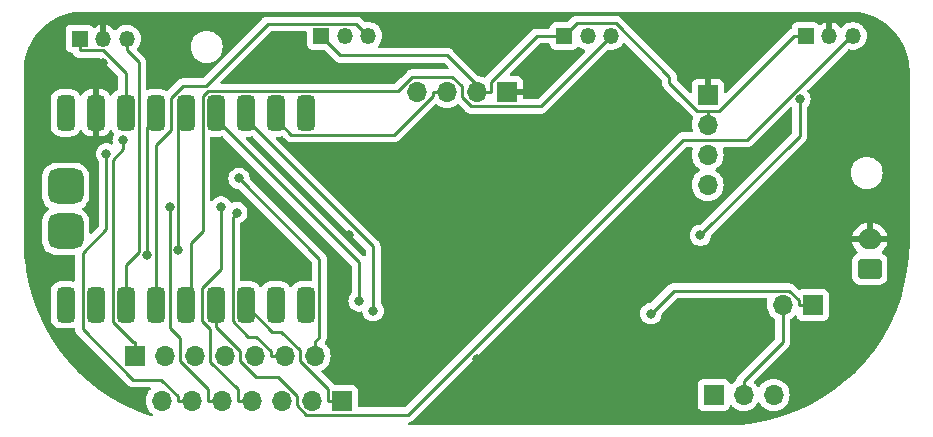
<source format=gbr>
%TF.GenerationSoftware,KiCad,Pcbnew,7.0.7*%
%TF.CreationDate,2024-09-13T11:59:40-05:00*%
%TF.ProjectId,LASK5,4c41534b-352e-46b6-9963-61645f706362,rev?*%
%TF.SameCoordinates,Original*%
%TF.FileFunction,Copper,L2,Bot*%
%TF.FilePolarity,Positive*%
%FSLAX46Y46*%
G04 Gerber Fmt 4.6, Leading zero omitted, Abs format (unit mm)*
G04 Created by KiCad (PCBNEW 7.0.7) date 2024-09-13 11:59:40*
%MOMM*%
%LPD*%
G01*
G04 APERTURE LIST*
G04 Aperture macros list*
%AMRoundRect*
0 Rectangle with rounded corners*
0 $1 Rounding radius*
0 $2 $3 $4 $5 $6 $7 $8 $9 X,Y pos of 4 corners*
0 Add a 4 corners polygon primitive as box body*
4,1,4,$2,$3,$4,$5,$6,$7,$8,$9,$2,$3,0*
0 Add four circle primitives for the rounded corners*
1,1,$1+$1,$2,$3*
1,1,$1+$1,$4,$5*
1,1,$1+$1,$6,$7*
1,1,$1+$1,$8,$9*
0 Add four rect primitives between the rounded corners*
20,1,$1+$1,$2,$3,$4,$5,0*
20,1,$1+$1,$4,$5,$6,$7,0*
20,1,$1+$1,$6,$7,$8,$9,0*
20,1,$1+$1,$8,$9,$2,$3,0*%
G04 Aperture macros list end*
%TA.AperFunction,ComponentPad*%
%ADD10R,1.700000X1.700000*%
%TD*%
%TA.AperFunction,ComponentPad*%
%ADD11O,1.700000X1.700000*%
%TD*%
%TA.AperFunction,ComponentPad*%
%ADD12R,1.350000X1.350000*%
%TD*%
%TA.AperFunction,ComponentPad*%
%ADD13O,1.350000X1.350000*%
%TD*%
%TA.AperFunction,ComponentPad*%
%ADD14RoundRect,0.250000X0.750000X-0.600000X0.750000X0.600000X-0.750000X0.600000X-0.750000X-0.600000X0*%
%TD*%
%TA.AperFunction,ComponentPad*%
%ADD15O,2.000000X1.700000*%
%TD*%
%TA.AperFunction,ComponentPad*%
%ADD16RoundRect,0.381000X0.381000X-1.119000X0.381000X1.119000X-0.381000X1.119000X-0.381000X-1.119000X0*%
%TD*%
%TA.AperFunction,ComponentPad*%
%ADD17RoundRect,0.750000X0.750000X-0.750000X0.750000X0.750000X-0.750000X0.750000X-0.750000X-0.750000X0*%
%TD*%
%TA.AperFunction,ViaPad*%
%ADD18C,0.800000*%
%TD*%
%TA.AperFunction,Conductor*%
%ADD19C,0.250000*%
%TD*%
G04 APERTURE END LIST*
D10*
%TO.P,J9,1,Pin_1*%
%TO.N,GND*%
X172466000Y-73152000D03*
D11*
%TO.P,J9,2,Pin_2*%
%TO.N,+3V3*%
X172466000Y-75692000D03*
%TO.P,J9,3,Pin_3*%
%TO.N,SCL*%
X172466000Y-78232000D03*
%TO.P,J9,4,Pin_4*%
%TO.N,SDA*%
X172466000Y-80772000D03*
%TD*%
D12*
%TO.P,H2,1,VCC*%
%TO.N,+3V3*%
X139732000Y-68167600D03*
D13*
%TO.P,H2,2,GND*%
%TO.N,GND*%
X141732000Y-68167600D03*
%TO.P,H2,3,VOUT*%
%TO.N,hall_1*%
X143732000Y-68167600D03*
%TD*%
D10*
%TO.P,SW1,1,A*%
%TO.N,unconnected-(SW1-A-Pad1)*%
X172974000Y-98552000D03*
D11*
%TO.P,SW1,2,B*%
%TO.N,BPACK+*%
X175514000Y-98552000D03*
%TO.P,SW1,3,C*%
%TO.N,BPACKSW+*%
X178054000Y-98552000D03*
%TD*%
D12*
%TO.P,H4,1,VCC*%
%TO.N,+3V3*%
X180753000Y-68167600D03*
D13*
%TO.P,H4,2,GND*%
%TO.N,GND*%
X182753000Y-68167600D03*
%TO.P,H4,3,VOUT*%
%TO.N,hall_3*%
X184753000Y-68167600D03*
%TD*%
D10*
%TO.P,J6,1,Pin_1*%
%TO.N,GP5*%
X141478000Y-99060000D03*
D11*
%TO.P,J6,2,Pin_2*%
%TO.N,GP6*%
X138938000Y-99060000D03*
%TO.P,J6,3,Pin_3*%
%TO.N,GP7*%
X136398000Y-99060000D03*
%TO.P,J6,4,Pin_4*%
%TO.N,GP14*%
X133858000Y-99060000D03*
%TO.P,J6,5,Pin_5*%
%TO.N,GP38*%
X131318000Y-99060000D03*
%TO.P,J6,6,Pin_6*%
%TO.N,GP37*%
X128778000Y-99060000D03*
%TO.P,J6,7,Pin_7*%
%TO.N,unconnected-(J6-Pin_7-Pad7)*%
X126238000Y-99060000D03*
%TD*%
D14*
%TO.P,J5,1*%
%TO.N,+3V8*%
X186182000Y-87884000D03*
D15*
%TO.P,J5,2*%
%TO.N,GND*%
X186182000Y-85384000D03*
%TD*%
D10*
%TO.P,J7,1,Pin_1*%
%TO.N,GP34*%
X123952000Y-95250000D03*
D11*
%TO.P,J7,2,Pin_2*%
%TO.N,GP33*%
X126492000Y-95250000D03*
%TO.P,J7,3,Pin_3*%
%TO.N,unconnected-(J7-Pin_3-Pad3)*%
X129032000Y-95250000D03*
%TO.P,J7,4,Pin_4*%
%TO.N,unconnected-(J7-Pin_4-Pad4)*%
X131572000Y-95250000D03*
%TO.P,J7,5,Pin_5*%
%TO.N,unconnected-(J7-Pin_5-Pad5)*%
X134112000Y-95250000D03*
%TO.P,J7,6,Pin_6*%
%TO.N,GP16*%
X136652000Y-95250000D03*
%TO.P,J7,7,Pin_7*%
%TO.N,GP15*%
X139192000Y-95250000D03*
%TD*%
D16*
%TO.P,U1,1,GP1*%
%TO.N,hall_0*%
X123190000Y-90924000D03*
%TO.P,U1,2,GP2*%
%TO.N,hall_1*%
X125730000Y-90924000D03*
%TO.P,U1,3,GP3*%
%TO.N,hall_2*%
X128270000Y-90924000D03*
%TO.P,U1,4,GP4*%
%TO.N,hall_3*%
X130810000Y-90924000D03*
%TO.P,U1,5,GP5*%
%TO.N,GP5*%
X133350000Y-90924000D03*
%TO.P,U1,6,GP6*%
%TO.N,GP6*%
X135890000Y-90924000D03*
%TO.P,U1,7,GP7*%
%TO.N,GP7*%
X138430000Y-90924000D03*
%TO.P,U1,8,GP8*%
%TO.N,SDA*%
X138430000Y-74684000D03*
%TO.P,U1,9,GP9*%
%TO.N,SCL*%
X135890000Y-74684000D03*
%TO.P,U1,10,GP10*%
%TO.N,BTTN*%
X133350000Y-74684000D03*
%TO.P,U1,11,GP11*%
%TO.N,BTTN2*%
X130810000Y-74684000D03*
%TO.P,U1,12,GP12*%
%TO.N,BTTN3*%
X128270000Y-74684000D03*
%TO.P,U1,13,GP13*%
%TO.N,BTTN4*%
X125730000Y-74684000D03*
%TO.P,U1,100,GND*%
%TO.N,GND*%
X120650000Y-74684000D03*
%TO.P,U1,103,3V3*%
%TO.N,+3V3*%
X123190000Y-74684000D03*
%TO.P,U1,105,5V*%
%TO.N,+5V*%
X118110000Y-74684000D03*
%TO.P,U1,200,TX*%
%TO.N,unconnected-(U1-TX-Pad200)*%
X118110000Y-90924000D03*
%TO.P,U1,201,RX*%
%TO.N,unconnected-(U1-RX-Pad201)*%
X120650000Y-90924000D03*
D17*
%TO.P,U1,384,BAT-*%
%TO.N,BPACK-*%
X118110000Y-84709000D03*
%TO.P,U1,385,BAT+*%
%TO.N,BPACKSW+*%
X118110000Y-80899000D03*
%TD*%
D12*
%TO.P,H1,1,VCC*%
%TO.N,+3V3*%
X119285000Y-68398600D03*
D13*
%TO.P,H1,2,GND*%
%TO.N,GND*%
X121285000Y-68398600D03*
%TO.P,H1,3,VOUT*%
%TO.N,hall_0*%
X123285000Y-68398600D03*
%TD*%
D12*
%TO.P,H3,1,VCC*%
%TO.N,+3V3*%
X160306000Y-68167600D03*
D13*
%TO.P,H3,2,GND*%
%TO.N,GND*%
X162306000Y-68167600D03*
%TO.P,H3,3,VOUT*%
%TO.N,hall_2*%
X164306000Y-68167600D03*
%TD*%
D10*
%TO.P,J1,1,Pin_1*%
%TO.N,GND*%
X155448000Y-72898000D03*
D11*
%TO.P,J1,2,Pin_2*%
%TO.N,+3V3*%
X152908000Y-72898000D03*
%TO.P,J1,3,Pin_3*%
%TO.N,SCL*%
X150368000Y-72898000D03*
%TO.P,J1,4,Pin_4*%
%TO.N,SDA*%
X147828000Y-72898000D03*
%TD*%
D10*
%TO.P,J2,1,Pin_1*%
%TO.N,BPACK-*%
X181356000Y-90932000D03*
D11*
%TO.P,J2,2,Pin_2*%
%TO.N,BPACK+*%
X178816000Y-90932000D03*
%TD*%
D18*
%TO.N,RMT-BTN*%
X171843600Y-85047100D03*
X180269600Y-73520000D03*
%TO.N,GP38*%
X126899300Y-82680600D03*
%TO.N,GP37*%
X121548000Y-78168300D03*
%TO.N,GP34*%
X122975400Y-76969100D03*
%TO.N,GP16*%
X132595800Y-83121800D03*
%TO.N,GP15*%
X132785000Y-80238400D03*
%TO.N,GP14*%
X131263300Y-82639400D03*
%TO.N,BTTN4*%
X125005800Y-86745700D03*
%TO.N,BTTN3*%
X127635000Y-86326400D03*
%TO.N,BTTN2*%
X142948800Y-90603200D03*
%TO.N,BTTN*%
X144138300Y-91445100D03*
%TO.N,BPACK-*%
X167652900Y-91674700D03*
%TO.N,GND*%
X149348500Y-85344000D03*
X153898000Y-82379700D03*
X183145300Y-75483400D03*
X148182800Y-94715400D03*
X160110700Y-94737500D03*
X164768000Y-95521300D03*
X152908000Y-95511800D03*
X142488200Y-78166000D03*
X142135500Y-85024000D03*
X157068100Y-77195000D03*
X148371000Y-78590200D03*
X158519100Y-86445400D03*
X150678000Y-82606000D03*
X162400300Y-72069700D03*
X184770400Y-71825600D03*
X141160400Y-71354700D03*
X121274800Y-70462100D03*
%TD*%
D19*
%TO.N,RMT-BTN*%
X180269600Y-76621100D02*
X180269600Y-73520000D01*
X171843600Y-85047100D02*
X180269600Y-76621100D01*
%TO.N,GP38*%
X130141100Y-98094700D02*
X130141100Y-99060000D01*
X127762000Y-95715600D02*
X130141100Y-98094700D01*
X127762000Y-93753700D02*
X127762000Y-95715600D01*
X126899300Y-92891000D02*
X127762000Y-93753700D01*
X126899300Y-82680600D02*
X126899300Y-92891000D01*
X131318000Y-99060000D02*
X130141100Y-99060000D01*
%TO.N,GP37*%
X127601100Y-98694200D02*
X127601100Y-99060000D01*
X126188900Y-97282000D02*
X127601100Y-98694200D01*
X123819100Y-97282000D02*
X126188900Y-97282000D01*
X119539700Y-93002600D02*
X123819100Y-97282000D01*
X119539700Y-86558600D02*
X119539700Y-93002600D01*
X121548000Y-84550300D02*
X119539700Y-86558600D01*
X121548000Y-78168300D02*
X121548000Y-84550300D01*
X128778000Y-99060000D02*
X127601100Y-99060000D01*
%TO.N,GP34*%
X123952000Y-95250000D02*
X123952000Y-94073100D01*
X122975400Y-77768900D02*
X122975400Y-76969100D01*
X122088500Y-78655800D02*
X122975400Y-77768900D01*
X122088500Y-92356700D02*
X122088500Y-78655800D01*
X123804900Y-94073100D02*
X122088500Y-92356700D01*
X123952000Y-94073100D02*
X123804900Y-94073100D01*
%TO.N,GP16*%
X136652000Y-95250000D02*
X135475100Y-95250000D01*
X135475100Y-94884200D02*
X135475100Y-95250000D01*
X134245900Y-93655000D02*
X135475100Y-94884200D01*
X133585200Y-93655000D02*
X134245900Y-93655000D01*
X132257400Y-92327200D02*
X133585200Y-93655000D01*
X132257400Y-83460200D02*
X132257400Y-92327200D01*
X132595800Y-83121800D02*
X132257400Y-83460200D01*
%TO.N,GP15*%
X139192000Y-95250000D02*
X139192000Y-94073100D01*
X139570100Y-93695000D02*
X139192000Y-94073100D01*
X139570100Y-87023500D02*
X139570100Y-93695000D01*
X132785000Y-80238400D02*
X139570100Y-87023500D01*
%TO.N,GP14*%
X133858000Y-99060000D02*
X132681100Y-99060000D01*
X131263300Y-87939000D02*
X131263300Y-82639400D01*
X129690700Y-89511600D02*
X131263300Y-87939000D01*
X129690700Y-92311200D02*
X129690700Y-89511600D01*
X130345700Y-92966200D02*
X129690700Y-92311200D01*
X130345700Y-95763700D02*
X130345700Y-92966200D01*
X132681100Y-98099100D02*
X130345700Y-95763700D01*
X132681100Y-99060000D02*
X132681100Y-98099100D01*
%TO.N,GP5*%
X140301100Y-98029900D02*
X140301100Y-99060000D01*
X137922000Y-95650800D02*
X140301100Y-98029900D01*
X137922000Y-94775700D02*
X137922000Y-95650800D01*
X136350900Y-93204600D02*
X137922000Y-94775700D01*
X135615300Y-93204600D02*
X136350900Y-93204600D01*
X133350000Y-90939300D02*
X135615300Y-93204600D01*
X133350000Y-90424000D02*
X133350000Y-90939300D01*
X141478000Y-99060000D02*
X140301100Y-99060000D01*
%TO.N,BTTN4*%
X125005800Y-75908200D02*
X125730000Y-75184000D01*
X125005800Y-86745700D02*
X125005800Y-75908200D01*
%TO.N,BTTN3*%
X127635000Y-75819000D02*
X128270000Y-75184000D01*
X127635000Y-86326400D02*
X127635000Y-75819000D01*
%TO.N,BTTN2*%
X142948800Y-87322800D02*
X142948800Y-90603200D01*
X130810000Y-75184000D02*
X142948800Y-87322800D01*
%TO.N,BTTN*%
X144138300Y-85972300D02*
X144138300Y-91445100D01*
X133350000Y-75184000D02*
X144138300Y-85972300D01*
%TO.N,SCL*%
X137227600Y-76521600D02*
X135890000Y-75184000D01*
X145935300Y-76521600D02*
X137227600Y-76521600D01*
X149191100Y-73265800D02*
X145935300Y-76521600D01*
X149191100Y-72898000D02*
X149191100Y-73265800D01*
X150368000Y-72898000D02*
X149191100Y-72898000D01*
%TO.N,BPACK+*%
X178816000Y-94073100D02*
X175514000Y-97375100D01*
X178816000Y-90932000D02*
X178816000Y-94073100D01*
X175514000Y-98552000D02*
X175514000Y-97375100D01*
%TO.N,+3V3*%
X119285000Y-68398600D02*
X119285000Y-69400500D01*
X152908000Y-72898000D02*
X153496500Y-72898000D01*
X153496500Y-72898000D02*
X154084900Y-72898000D01*
X141375900Y-69811500D02*
X139732000Y-68167600D01*
X150410000Y-69811500D02*
X141375900Y-69811500D01*
X153496500Y-72898000D02*
X150410000Y-69811500D01*
X173403600Y-74515100D02*
X172466000Y-74515100D01*
X179751100Y-68167600D02*
X173403600Y-74515100D01*
X180753000Y-68167600D02*
X179751100Y-68167600D01*
X172466000Y-75692000D02*
X172466000Y-74515100D01*
X158006200Y-68167600D02*
X160306000Y-68167600D01*
X154084900Y-72088900D02*
X158006200Y-68167600D01*
X154084900Y-72898000D02*
X154084900Y-72088900D01*
X171599300Y-74515100D02*
X172466000Y-74515100D01*
X169228000Y-72143800D02*
X171599300Y-74515100D01*
X169228000Y-71639900D02*
X169228000Y-72143800D01*
X164690900Y-67102800D02*
X169228000Y-71639900D01*
X161370800Y-67102800D02*
X164690900Y-67102800D01*
X160306000Y-68167600D02*
X161370800Y-67102800D01*
X121241200Y-69400500D02*
X119285000Y-69400500D01*
X123190000Y-71349300D02*
X121241200Y-69400500D01*
X123190000Y-75184000D02*
X123190000Y-71349300D01*
%TO.N,BPACK-*%
X169577500Y-89750100D02*
X167652900Y-91674700D01*
X179365000Y-89750100D02*
X169577500Y-89750100D01*
X180179100Y-90564200D02*
X179365000Y-89750100D01*
X180179100Y-90932000D02*
X180179100Y-90564200D01*
X181356000Y-90932000D02*
X180179100Y-90932000D01*
%TO.N,hall_1*%
X142716200Y-67151800D02*
X143732000Y-68167600D01*
X135200900Y-67151800D02*
X142716200Y-67151800D01*
X129961800Y-72390900D02*
X135200900Y-67151800D01*
X128032000Y-72390900D02*
X129961800Y-72390900D01*
X127000000Y-73422900D02*
X128032000Y-72390900D01*
X127000000Y-76137800D02*
X127000000Y-73422900D01*
X125732700Y-77405100D02*
X127000000Y-76137800D01*
X125732700Y-90421300D02*
X125732700Y-77405100D01*
X125730000Y-90424000D02*
X125732700Y-90421300D01*
%TO.N,hall_3*%
X130810000Y-92793600D02*
X130810000Y-90424000D01*
X132842000Y-94825600D02*
X130810000Y-92793600D01*
X132842000Y-95719000D02*
X132842000Y-94825600D01*
X134187000Y-97064000D02*
X132842000Y-95719000D01*
X136080200Y-97064000D02*
X134187000Y-97064000D01*
X137668000Y-98651800D02*
X136080200Y-97064000D01*
X137668000Y-99454800D02*
X137668000Y-98651800D01*
X138466600Y-100253400D02*
X137668000Y-99454800D01*
X147074000Y-100253400D02*
X138466600Y-100253400D01*
X170378600Y-76948800D02*
X147074000Y-100253400D01*
X175812900Y-76948800D02*
X170378600Y-76948800D01*
X184594100Y-68167600D02*
X175812900Y-76948800D01*
X184753000Y-68167600D02*
X184594100Y-68167600D01*
%TO.N,hall_0*%
X123285000Y-68398600D02*
X123285000Y-69400500D01*
X123190000Y-87533600D02*
X123190000Y-90424000D01*
X124281500Y-86442100D02*
X123190000Y-87533600D01*
X124281500Y-70397000D02*
X124281500Y-86442100D01*
X123285000Y-69400500D02*
X124281500Y-70397000D01*
%TO.N,hall_2*%
X158341500Y-74132100D02*
X164306000Y-68167600D01*
X152417600Y-74132100D02*
X158341500Y-74132100D01*
X151638000Y-73352500D02*
X152417600Y-74132100D01*
X151638000Y-72425600D02*
X151638000Y-73352500D01*
X150841600Y-71629200D02*
X151638000Y-72425600D01*
X147432400Y-71629200D02*
X150841600Y-71629200D01*
X146220300Y-72841300D02*
X147432400Y-71629200D01*
X130150500Y-72841300D02*
X146220300Y-72841300D01*
X129707900Y-73283900D02*
X130150500Y-72841300D01*
X129707800Y-73283900D02*
X129707900Y-73283900D01*
X129707800Y-84690200D02*
X129707800Y-73283900D01*
X128721900Y-85676100D02*
X129707800Y-84690200D01*
X128721900Y-89972100D02*
X128721900Y-85676100D01*
X128270000Y-90424000D02*
X128721900Y-89972100D01*
%TD*%
%TA.AperFunction,Conductor*%
%TO.N,GND*%
G36*
X184556167Y-66120657D02*
G01*
X184799551Y-66138089D01*
X184799555Y-66138091D01*
X184821863Y-66139688D01*
X184821864Y-66139689D01*
X185257056Y-66170861D01*
X185274615Y-66173390D01*
X185954240Y-66321603D01*
X185971117Y-66326562D01*
X186622450Y-66569351D01*
X186638585Y-66576720D01*
X187248981Y-66910192D01*
X187263780Y-66919699D01*
X187745322Y-67279802D01*
X187820536Y-67336048D01*
X187833956Y-67347671D01*
X188326317Y-67840032D01*
X188337940Y-67853452D01*
X188754288Y-68410205D01*
X188763803Y-68425015D01*
X189097274Y-69035400D01*
X189104646Y-69051542D01*
X189347425Y-69702872D01*
X189352386Y-69719759D01*
X189500604Y-70399374D01*
X189503135Y-70416937D01*
X189520264Y-70656090D01*
X189553334Y-71117825D01*
X189553492Y-71122238D01*
X189553492Y-85619983D01*
X189505585Y-86833521D01*
X189505204Y-86838360D01*
X189362778Y-88042514D01*
X189362019Y-88047314D01*
X189125982Y-89235474D01*
X189124836Y-89240247D01*
X188795172Y-90407513D01*
X188793679Y-90412109D01*
X188374373Y-91549515D01*
X188372513Y-91554010D01*
X187865578Y-92654538D01*
X187863353Y-92658905D01*
X187270746Y-93716631D01*
X187268212Y-93720767D01*
X186594965Y-94728644D01*
X186592069Y-94732627D01*
X185841094Y-95683790D01*
X185837969Y-95687446D01*
X185015299Y-96577845D01*
X185011835Y-96581309D01*
X184816704Y-96761606D01*
X184121434Y-97403986D01*
X184117777Y-97407110D01*
X183166634Y-98158066D01*
X183162651Y-98160962D01*
X182154740Y-98834229D01*
X182150604Y-98836763D01*
X181092896Y-99429360D01*
X181088529Y-99431585D01*
X179988003Y-99938521D01*
X179983507Y-99940381D01*
X178846098Y-100359687D01*
X178841502Y-100361180D01*
X177674244Y-100690842D01*
X177669472Y-100691988D01*
X176481305Y-100928029D01*
X176476505Y-100928788D01*
X175272374Y-101071214D01*
X175267535Y-101071595D01*
X174113563Y-101117147D01*
X174053978Y-101119500D01*
X147206138Y-101119500D01*
X147139099Y-101099815D01*
X147093344Y-101047011D01*
X147083400Y-100977853D01*
X147112425Y-100914297D01*
X147171203Y-100876523D01*
X147171533Y-100876427D01*
X147175077Y-100875397D01*
X147191859Y-100870520D01*
X147210912Y-100866574D01*
X147230792Y-100864064D01*
X147274122Y-100846907D01*
X147279646Y-100845017D01*
X147283396Y-100843927D01*
X147324390Y-100832018D01*
X147341629Y-100821822D01*
X147359103Y-100813262D01*
X147377727Y-100805888D01*
X147377727Y-100805887D01*
X147377732Y-100805886D01*
X147415449Y-100778482D01*
X147420305Y-100775292D01*
X147460420Y-100751570D01*
X147474589Y-100737399D01*
X147489379Y-100724768D01*
X147505587Y-100712994D01*
X147535299Y-100677076D01*
X147539212Y-100672776D01*
X156537289Y-91674700D01*
X166747440Y-91674700D01*
X166767226Y-91862956D01*
X166767227Y-91862959D01*
X166825718Y-92042977D01*
X166825721Y-92042984D01*
X166920367Y-92206916D01*
X167009801Y-92306242D01*
X167047029Y-92347588D01*
X167200165Y-92458848D01*
X167200170Y-92458851D01*
X167373092Y-92535842D01*
X167373097Y-92535844D01*
X167558254Y-92575200D01*
X167558255Y-92575200D01*
X167747544Y-92575200D01*
X167747546Y-92575200D01*
X167932703Y-92535844D01*
X168105630Y-92458851D01*
X168258771Y-92347588D01*
X168385433Y-92206916D01*
X168480079Y-92042984D01*
X168538574Y-91862956D01*
X168556221Y-91695044D01*
X168582804Y-91630434D01*
X168591851Y-91620338D01*
X169800271Y-90411919D01*
X169861595Y-90378434D01*
X169887953Y-90375600D01*
X177405346Y-90375600D01*
X177472385Y-90395285D01*
X177518140Y-90448089D01*
X177528084Y-90517247D01*
X177525121Y-90531693D01*
X177480938Y-90696586D01*
X177480936Y-90696596D01*
X177460341Y-90931999D01*
X177460341Y-90932000D01*
X177480936Y-91167403D01*
X177480938Y-91167413D01*
X177542094Y-91395655D01*
X177542096Y-91395659D01*
X177542097Y-91395663D01*
X177615935Y-91554009D01*
X177641965Y-91609830D01*
X177641967Y-91609834D01*
X177777501Y-91803395D01*
X177777506Y-91803402D01*
X177944597Y-91970493D01*
X177944603Y-91970498D01*
X177954340Y-91977316D01*
X178137624Y-92105653D01*
X178181248Y-92160228D01*
X178190500Y-92207226D01*
X178190500Y-93762646D01*
X178170815Y-93829685D01*
X178154181Y-93850327D01*
X175130208Y-96874299D01*
X175117951Y-96884120D01*
X175118134Y-96884341D01*
X175112123Y-96889313D01*
X175064772Y-96939736D01*
X175043889Y-96960619D01*
X175043877Y-96960632D01*
X175039621Y-96966117D01*
X175035837Y-96970547D01*
X175003937Y-97004518D01*
X175003936Y-97004520D01*
X174994284Y-97022076D01*
X174983610Y-97038326D01*
X174971329Y-97054161D01*
X174971324Y-97054168D01*
X174952815Y-97096938D01*
X174950245Y-97102184D01*
X174927803Y-97143006D01*
X174922822Y-97162407D01*
X174916521Y-97180810D01*
X174908562Y-97199202D01*
X174908561Y-97199205D01*
X174901271Y-97245227D01*
X174900087Y-97250946D01*
X174886560Y-97303634D01*
X174883982Y-97302972D01*
X174861179Y-97355249D01*
X174837217Y-97377232D01*
X174642600Y-97513503D01*
X174520673Y-97635430D01*
X174459350Y-97668914D01*
X174389658Y-97663930D01*
X174333725Y-97622058D01*
X174316810Y-97591081D01*
X174267797Y-97459671D01*
X174267793Y-97459664D01*
X174181547Y-97344455D01*
X174181544Y-97344452D01*
X174066335Y-97258206D01*
X174066328Y-97258202D01*
X173931482Y-97207908D01*
X173931483Y-97207908D01*
X173871883Y-97201501D01*
X173871881Y-97201500D01*
X173871873Y-97201500D01*
X173871864Y-97201500D01*
X172076129Y-97201500D01*
X172076123Y-97201501D01*
X172016516Y-97207908D01*
X171881671Y-97258202D01*
X171881664Y-97258206D01*
X171766455Y-97344452D01*
X171766452Y-97344455D01*
X171680206Y-97459664D01*
X171680202Y-97459671D01*
X171629908Y-97594517D01*
X171623501Y-97654116D01*
X171623500Y-97654135D01*
X171623500Y-99449870D01*
X171623501Y-99449876D01*
X171629908Y-99509483D01*
X171680202Y-99644328D01*
X171680206Y-99644335D01*
X171766452Y-99759544D01*
X171766455Y-99759547D01*
X171881664Y-99845793D01*
X171881671Y-99845797D01*
X172016517Y-99896091D01*
X172016516Y-99896091D01*
X172023444Y-99896835D01*
X172076127Y-99902500D01*
X173871872Y-99902499D01*
X173931483Y-99896091D01*
X174066331Y-99845796D01*
X174181546Y-99759546D01*
X174267796Y-99644331D01*
X174316810Y-99512916D01*
X174358681Y-99456984D01*
X174424145Y-99432566D01*
X174492418Y-99447417D01*
X174520673Y-99468569D01*
X174642599Y-99590495D01*
X174739384Y-99658265D01*
X174836165Y-99726032D01*
X174836167Y-99726033D01*
X174836170Y-99726035D01*
X175050337Y-99825903D01*
X175278592Y-99887063D01*
X175455034Y-99902500D01*
X175513999Y-99907659D01*
X175514000Y-99907659D01*
X175514001Y-99907659D01*
X175572966Y-99902500D01*
X175749408Y-99887063D01*
X175977663Y-99825903D01*
X176191830Y-99726035D01*
X176385401Y-99590495D01*
X176552495Y-99423401D01*
X176682424Y-99237842D01*
X176737002Y-99194217D01*
X176806500Y-99187023D01*
X176868855Y-99218546D01*
X176885575Y-99237842D01*
X177015500Y-99423395D01*
X177015505Y-99423401D01*
X177182599Y-99590495D01*
X177279384Y-99658265D01*
X177376165Y-99726032D01*
X177376167Y-99726033D01*
X177376170Y-99726035D01*
X177590337Y-99825903D01*
X177818592Y-99887063D01*
X177995034Y-99902500D01*
X178053999Y-99907659D01*
X178054000Y-99907659D01*
X178054001Y-99907659D01*
X178112966Y-99902500D01*
X178289408Y-99887063D01*
X178517663Y-99825903D01*
X178731830Y-99726035D01*
X178925401Y-99590495D01*
X179092495Y-99423401D01*
X179228035Y-99229830D01*
X179327903Y-99015663D01*
X179389063Y-98787408D01*
X179409659Y-98552000D01*
X179389063Y-98316592D01*
X179334432Y-98112703D01*
X179327905Y-98088344D01*
X179327904Y-98088343D01*
X179327903Y-98088337D01*
X179228035Y-97874171D01*
X179227339Y-97873176D01*
X179092494Y-97680597D01*
X178925402Y-97513506D01*
X178925395Y-97513501D01*
X178925002Y-97513226D01*
X178848518Y-97459671D01*
X178731834Y-97377967D01*
X178731830Y-97377965D01*
X178730258Y-97377232D01*
X178517663Y-97278097D01*
X178517659Y-97278096D01*
X178517655Y-97278094D01*
X178289413Y-97216938D01*
X178289403Y-97216936D01*
X178054001Y-97196341D01*
X178053999Y-97196341D01*
X177818596Y-97216936D01*
X177818586Y-97216938D01*
X177590344Y-97278094D01*
X177590335Y-97278098D01*
X177376171Y-97377964D01*
X177376169Y-97377965D01*
X177182597Y-97513505D01*
X177015505Y-97680597D01*
X176885575Y-97866158D01*
X176830998Y-97909783D01*
X176761500Y-97916977D01*
X176699145Y-97885454D01*
X176682425Y-97866158D01*
X176552496Y-97680600D01*
X176486416Y-97614520D01*
X176410471Y-97538575D01*
X176376988Y-97477255D01*
X176381972Y-97407563D01*
X176410471Y-97363217D01*
X179199788Y-94573901D01*
X179212042Y-94564086D01*
X179211859Y-94563864D01*
X179217866Y-94558892D01*
X179217877Y-94558886D01*
X179248775Y-94525982D01*
X179265227Y-94508464D01*
X179275671Y-94498018D01*
X179286120Y-94487571D01*
X179290379Y-94482078D01*
X179294152Y-94477661D01*
X179326062Y-94443682D01*
X179335713Y-94426124D01*
X179346396Y-94409861D01*
X179358673Y-94394036D01*
X179377185Y-94351253D01*
X179379738Y-94346041D01*
X179402197Y-94305192D01*
X179407180Y-94285780D01*
X179413481Y-94267380D01*
X179421437Y-94248996D01*
X179428729Y-94202952D01*
X179429906Y-94197271D01*
X179441500Y-94152119D01*
X179441500Y-94132082D01*
X179443027Y-94112682D01*
X179446160Y-94092904D01*
X179441775Y-94046515D01*
X179441500Y-94040677D01*
X179441500Y-92207226D01*
X179461185Y-92140187D01*
X179494374Y-92105654D01*
X179687401Y-91970495D01*
X179809329Y-91848566D01*
X179870648Y-91815084D01*
X179940340Y-91820068D01*
X179996274Y-91861939D01*
X180013189Y-91892917D01*
X180062202Y-92024328D01*
X180062206Y-92024335D01*
X180148452Y-92139544D01*
X180148455Y-92139547D01*
X180263664Y-92225793D01*
X180263671Y-92225797D01*
X180398517Y-92276091D01*
X180398516Y-92276091D01*
X180405444Y-92276835D01*
X180458127Y-92282500D01*
X182253872Y-92282499D01*
X182313483Y-92276091D01*
X182448331Y-92225796D01*
X182563546Y-92139546D01*
X182649796Y-92024331D01*
X182700091Y-91889483D01*
X182706500Y-91829873D01*
X182706499Y-90034128D01*
X182700091Y-89974517D01*
X182691734Y-89952112D01*
X182649797Y-89839671D01*
X182649793Y-89839664D01*
X182563547Y-89724455D01*
X182563544Y-89724452D01*
X182448335Y-89638206D01*
X182448328Y-89638202D01*
X182313482Y-89587908D01*
X182313483Y-89587908D01*
X182253883Y-89581501D01*
X182253881Y-89581500D01*
X182253873Y-89581500D01*
X182253864Y-89581500D01*
X180458129Y-89581500D01*
X180458123Y-89581501D01*
X180398516Y-89587908D01*
X180263665Y-89638204D01*
X180263647Y-89638215D01*
X180263626Y-89638219D01*
X180255359Y-89641303D01*
X180254915Y-89640113D01*
X180195372Y-89653060D01*
X180129910Y-89628637D01*
X180116549Y-89617058D01*
X179865803Y-89366312D01*
X179855980Y-89354050D01*
X179855759Y-89354234D01*
X179850786Y-89348223D01*
X179832159Y-89330731D01*
X179800364Y-89300873D01*
X179789919Y-89290428D01*
X179779475Y-89279983D01*
X179773986Y-89275725D01*
X179769561Y-89271947D01*
X179735582Y-89240038D01*
X179735580Y-89240036D01*
X179735577Y-89240035D01*
X179718029Y-89230388D01*
X179701763Y-89219704D01*
X179685933Y-89207425D01*
X179643168Y-89188918D01*
X179637922Y-89186348D01*
X179597093Y-89163903D01*
X179597092Y-89163902D01*
X179577693Y-89158922D01*
X179559281Y-89152618D01*
X179540898Y-89144662D01*
X179540892Y-89144660D01*
X179494874Y-89137372D01*
X179489152Y-89136187D01*
X179444021Y-89124600D01*
X179444019Y-89124600D01*
X179423984Y-89124600D01*
X179404586Y-89123073D01*
X179397162Y-89121897D01*
X179384805Y-89119940D01*
X179384804Y-89119940D01*
X179338416Y-89124325D01*
X179332578Y-89124600D01*
X169660237Y-89124600D01*
X169644620Y-89122876D01*
X169644593Y-89123162D01*
X169636831Y-89122427D01*
X169567703Y-89124600D01*
X169538150Y-89124600D01*
X169537429Y-89124690D01*
X169531257Y-89125469D01*
X169525445Y-89125926D01*
X169478872Y-89127390D01*
X169478869Y-89127391D01*
X169459626Y-89132981D01*
X169440583Y-89136925D01*
X169420704Y-89139436D01*
X169420703Y-89139437D01*
X169377378Y-89156590D01*
X169371852Y-89158482D01*
X169327108Y-89171483D01*
X169327104Y-89171485D01*
X169309865Y-89181680D01*
X169292398Y-89190237D01*
X169273769Y-89197612D01*
X169273767Y-89197613D01*
X169236064Y-89225006D01*
X169231182Y-89228212D01*
X169191080Y-89251928D01*
X169176908Y-89266100D01*
X169162123Y-89278728D01*
X169145912Y-89290507D01*
X169116209Y-89326410D01*
X169112277Y-89330731D01*
X167705128Y-90737881D01*
X167643805Y-90771366D01*
X167617447Y-90774200D01*
X167558254Y-90774200D01*
X167525797Y-90781098D01*
X167373097Y-90813555D01*
X167373092Y-90813557D01*
X167200170Y-90890548D01*
X167200165Y-90890551D01*
X167047029Y-91001811D01*
X166920366Y-91142485D01*
X166825721Y-91306415D01*
X166825718Y-91306422D01*
X166767227Y-91486440D01*
X166767226Y-91486444D01*
X166747440Y-91674700D01*
X156537289Y-91674700D01*
X159677988Y-88534001D01*
X184681500Y-88534001D01*
X184681501Y-88534018D01*
X184692000Y-88636796D01*
X184692001Y-88636799D01*
X184743467Y-88792111D01*
X184747186Y-88803334D01*
X184839288Y-88952656D01*
X184963344Y-89076712D01*
X185112666Y-89168814D01*
X185279203Y-89223999D01*
X185381991Y-89234500D01*
X186982008Y-89234499D01*
X187084797Y-89223999D01*
X187251334Y-89168814D01*
X187400656Y-89076712D01*
X187524712Y-88952656D01*
X187616814Y-88803334D01*
X187671999Y-88636797D01*
X187682500Y-88534009D01*
X187682499Y-87233992D01*
X187671999Y-87131203D01*
X187616814Y-86964666D01*
X187524712Y-86815344D01*
X187400656Y-86691288D01*
X187278612Y-86616011D01*
X187245441Y-86595551D01*
X187198717Y-86543603D01*
X187187494Y-86474640D01*
X187215338Y-86410558D01*
X187222857Y-86402331D01*
X187370105Y-86255082D01*
X187505600Y-86061578D01*
X187605429Y-85847492D01*
X187605432Y-85847486D01*
X187662636Y-85634000D01*
X186795347Y-85634000D01*
X186728308Y-85614315D01*
X186682553Y-85561511D01*
X186672609Y-85492353D01*
X186676369Y-85475067D01*
X186682000Y-85455888D01*
X186682000Y-85312111D01*
X186676369Y-85292933D01*
X186676370Y-85223064D01*
X186714145Y-85164286D01*
X186777701Y-85135262D01*
X186795347Y-85134000D01*
X187662636Y-85134000D01*
X187662635Y-85133999D01*
X187605432Y-84920513D01*
X187605429Y-84920507D01*
X187505600Y-84706422D01*
X187505599Y-84706420D01*
X187370113Y-84512926D01*
X187370108Y-84512920D01*
X187203079Y-84345891D01*
X187203073Y-84345886D01*
X187009579Y-84210400D01*
X187009577Y-84210399D01*
X186795492Y-84110570D01*
X186795483Y-84110566D01*
X186567326Y-84049432D01*
X186567316Y-84049430D01*
X186432000Y-84037590D01*
X186432000Y-84771698D01*
X186412315Y-84838737D01*
X186359511Y-84884492D01*
X186290355Y-84894436D01*
X186217766Y-84884000D01*
X186217763Y-84884000D01*
X186146237Y-84884000D01*
X186146233Y-84884000D01*
X186073645Y-84894436D01*
X186004487Y-84884492D01*
X185951684Y-84838736D01*
X185932000Y-84771698D01*
X185932000Y-84037591D01*
X185931999Y-84037590D01*
X185796683Y-84049430D01*
X185796673Y-84049432D01*
X185568516Y-84110566D01*
X185568507Y-84110570D01*
X185354422Y-84210399D01*
X185354420Y-84210400D01*
X185160926Y-84345886D01*
X185160920Y-84345891D01*
X184993894Y-84512917D01*
X184858399Y-84706421D01*
X184758570Y-84920507D01*
X184758567Y-84920513D01*
X184701364Y-85133999D01*
X184701364Y-85134000D01*
X185568653Y-85134000D01*
X185635692Y-85153685D01*
X185681447Y-85206489D01*
X185691391Y-85275647D01*
X185687631Y-85292933D01*
X185682000Y-85312111D01*
X185682000Y-85455888D01*
X185687631Y-85475067D01*
X185687630Y-85544936D01*
X185649855Y-85603714D01*
X185586299Y-85632738D01*
X185568653Y-85634000D01*
X184701364Y-85634000D01*
X184758567Y-85847486D01*
X184758570Y-85847492D01*
X184858399Y-86061577D01*
X184858400Y-86061579D01*
X184993886Y-86255073D01*
X185141143Y-86402331D01*
X185174627Y-86463654D01*
X185169643Y-86533346D01*
X185127771Y-86589279D01*
X185118558Y-86595550D01*
X184963347Y-86691285D01*
X184963343Y-86691288D01*
X184839289Y-86815342D01*
X184747187Y-86964663D01*
X184747185Y-86964668D01*
X184740729Y-86984151D01*
X184692001Y-87131203D01*
X184692001Y-87131204D01*
X184692000Y-87131204D01*
X184681500Y-87233983D01*
X184681500Y-88534001D01*
X159677988Y-88534001D01*
X170601371Y-77610619D01*
X170662695Y-77577134D01*
X170689053Y-77574300D01*
X171087937Y-77574300D01*
X171154976Y-77593985D01*
X171200731Y-77646789D01*
X171210675Y-77715947D01*
X171200319Y-77750704D01*
X171192099Y-77768330D01*
X171192094Y-77768344D01*
X171130938Y-77996586D01*
X171130936Y-77996596D01*
X171110341Y-78231999D01*
X171110341Y-78232000D01*
X171130936Y-78467403D01*
X171130938Y-78467413D01*
X171192094Y-78695655D01*
X171192096Y-78695659D01*
X171192097Y-78695663D01*
X171249791Y-78819387D01*
X171291965Y-78909830D01*
X171291967Y-78909834D01*
X171427501Y-79103395D01*
X171427506Y-79103402D01*
X171594597Y-79270493D01*
X171594603Y-79270498D01*
X171780158Y-79400425D01*
X171823783Y-79455002D01*
X171830977Y-79524500D01*
X171799454Y-79586855D01*
X171780158Y-79603575D01*
X171594597Y-79733505D01*
X171427505Y-79900597D01*
X171291965Y-80094169D01*
X171291964Y-80094171D01*
X171192098Y-80308335D01*
X171192094Y-80308344D01*
X171130938Y-80536586D01*
X171130936Y-80536596D01*
X171110341Y-80771999D01*
X171110341Y-80772000D01*
X171130936Y-81007403D01*
X171130938Y-81007413D01*
X171192094Y-81235655D01*
X171192096Y-81235659D01*
X171192097Y-81235663D01*
X171291964Y-81449830D01*
X171291965Y-81449830D01*
X171291967Y-81449834D01*
X171400281Y-81604521D01*
X171427505Y-81643401D01*
X171594599Y-81810495D01*
X171675888Y-81867414D01*
X171788165Y-81946032D01*
X171788167Y-81946033D01*
X171788170Y-81946035D01*
X172002337Y-82045903D01*
X172230592Y-82107063D01*
X172398496Y-82121753D01*
X172465999Y-82127659D01*
X172466000Y-82127659D01*
X172466001Y-82127659D01*
X172533504Y-82121753D01*
X172701408Y-82107063D01*
X172929663Y-82045903D01*
X173143830Y-81946035D01*
X173337401Y-81810495D01*
X173504495Y-81643401D01*
X173640035Y-81449830D01*
X173739903Y-81235663D01*
X173801063Y-81007408D01*
X173821659Y-80772000D01*
X173801063Y-80536592D01*
X173739903Y-80308337D01*
X173640035Y-80094171D01*
X173633463Y-80084784D01*
X173504494Y-79900597D01*
X173337402Y-79733506D01*
X173337396Y-79733501D01*
X173151842Y-79603575D01*
X173108217Y-79548998D01*
X173101023Y-79479500D01*
X173132546Y-79417145D01*
X173151842Y-79400425D01*
X173184932Y-79377255D01*
X173337401Y-79270495D01*
X173504495Y-79103401D01*
X173640035Y-78909830D01*
X173739903Y-78695663D01*
X173801063Y-78467408D01*
X173821659Y-78232000D01*
X173801063Y-77996592D01*
X173739903Y-77768337D01*
X173731681Y-77750704D01*
X173721189Y-77681627D01*
X173749709Y-77617843D01*
X173808186Y-77579604D01*
X173844063Y-77574300D01*
X175730157Y-77574300D01*
X175745777Y-77576024D01*
X175745804Y-77575739D01*
X175753560Y-77576471D01*
X175753567Y-77576473D01*
X175822714Y-77574300D01*
X175852250Y-77574300D01*
X175859128Y-77573430D01*
X175864941Y-77572972D01*
X175911527Y-77571509D01*
X175930769Y-77565917D01*
X175949812Y-77561974D01*
X175969692Y-77559464D01*
X176013022Y-77542307D01*
X176018546Y-77540417D01*
X176022296Y-77539327D01*
X176063290Y-77527418D01*
X176080529Y-77517222D01*
X176098003Y-77508662D01*
X176116627Y-77501288D01*
X176116627Y-77501287D01*
X176116632Y-77501286D01*
X176154349Y-77473882D01*
X176159205Y-77470692D01*
X176199320Y-77446970D01*
X176213489Y-77432799D01*
X176228279Y-77420168D01*
X176244487Y-77408394D01*
X176274199Y-77372476D01*
X176278112Y-77368176D01*
X179432419Y-74213869D01*
X179493742Y-74180385D01*
X179563434Y-74185369D01*
X179619367Y-74227241D01*
X179643784Y-74292705D01*
X179644100Y-74301551D01*
X179644100Y-76310646D01*
X179624415Y-76377685D01*
X179607781Y-76398327D01*
X171895828Y-84110281D01*
X171834505Y-84143766D01*
X171808147Y-84146600D01*
X171748954Y-84146600D01*
X171716497Y-84153498D01*
X171563797Y-84185955D01*
X171563792Y-84185957D01*
X171390870Y-84262948D01*
X171390865Y-84262951D01*
X171237729Y-84374211D01*
X171111066Y-84514885D01*
X171016421Y-84678815D01*
X171016418Y-84678822D01*
X170964459Y-84838737D01*
X170957926Y-84858844D01*
X170938140Y-85047100D01*
X170957926Y-85235356D01*
X170957927Y-85235359D01*
X171016418Y-85415377D01*
X171016421Y-85415384D01*
X171111067Y-85579316D01*
X171218008Y-85698086D01*
X171237729Y-85719988D01*
X171390865Y-85831248D01*
X171390870Y-85831251D01*
X171563792Y-85908242D01*
X171563797Y-85908244D01*
X171748954Y-85947600D01*
X171748955Y-85947600D01*
X171938244Y-85947600D01*
X171938246Y-85947600D01*
X172123403Y-85908244D01*
X172296330Y-85831251D01*
X172449471Y-85719988D01*
X172576133Y-85579316D01*
X172670779Y-85415384D01*
X172729274Y-85235356D01*
X172746921Y-85067445D01*
X172773505Y-85002832D01*
X172782552Y-84992736D01*
X178019289Y-79756000D01*
X184572341Y-79756000D01*
X184592936Y-79991403D01*
X184592938Y-79991413D01*
X184654094Y-80219655D01*
X184654096Y-80219659D01*
X184654097Y-80219663D01*
X184671640Y-80257284D01*
X184753964Y-80433828D01*
X184753965Y-80433830D01*
X184889505Y-80627402D01*
X185056597Y-80794494D01*
X185250169Y-80930034D01*
X185250171Y-80930035D01*
X185464337Y-81029903D01*
X185692592Y-81091063D01*
X185869034Y-81106500D01*
X185986966Y-81106500D01*
X186163408Y-81091063D01*
X186391663Y-81029903D01*
X186605829Y-80930035D01*
X186799401Y-80794495D01*
X186966495Y-80627401D01*
X187102035Y-80433830D01*
X187201903Y-80219663D01*
X187263063Y-79991408D01*
X187283659Y-79756000D01*
X187263063Y-79520592D01*
X187201903Y-79292337D01*
X187102035Y-79078171D01*
X187102034Y-79078169D01*
X186966494Y-78884597D01*
X186799402Y-78717505D01*
X186605830Y-78581965D01*
X186605828Y-78581964D01*
X186498745Y-78532030D01*
X186391663Y-78482097D01*
X186391659Y-78482096D01*
X186391655Y-78482094D01*
X186163413Y-78420938D01*
X186163403Y-78420936D01*
X185986966Y-78405500D01*
X185869034Y-78405500D01*
X185692596Y-78420936D01*
X185692586Y-78420938D01*
X185464344Y-78482094D01*
X185464335Y-78482098D01*
X185250171Y-78581964D01*
X185250169Y-78581965D01*
X185056597Y-78717505D01*
X184889506Y-78884597D01*
X184889501Y-78884604D01*
X184753967Y-79078165D01*
X184753965Y-79078169D01*
X184654098Y-79292335D01*
X184654094Y-79292344D01*
X184592938Y-79520586D01*
X184592936Y-79520596D01*
X184572341Y-79755999D01*
X184572341Y-79756000D01*
X178019289Y-79756000D01*
X180653388Y-77121901D01*
X180665642Y-77112086D01*
X180665459Y-77111864D01*
X180671466Y-77106892D01*
X180671477Y-77106886D01*
X180711494Y-77064272D01*
X180718827Y-77056464D01*
X180729271Y-77046018D01*
X180739720Y-77035571D01*
X180743979Y-77030078D01*
X180747752Y-77025661D01*
X180779662Y-76991682D01*
X180789313Y-76974124D01*
X180799996Y-76957861D01*
X180812273Y-76942036D01*
X180830785Y-76899253D01*
X180833338Y-76894041D01*
X180855797Y-76853192D01*
X180860780Y-76833780D01*
X180867081Y-76815380D01*
X180875037Y-76796996D01*
X180882329Y-76750952D01*
X180883506Y-76745271D01*
X180895100Y-76700119D01*
X180895100Y-76680082D01*
X180896627Y-76660682D01*
X180896859Y-76659217D01*
X180899760Y-76640904D01*
X180895375Y-76594515D01*
X180895100Y-76588677D01*
X180895100Y-74218687D01*
X180914785Y-74151648D01*
X180926950Y-74135715D01*
X180951426Y-74108531D01*
X181002133Y-74052216D01*
X181096779Y-73888284D01*
X181155274Y-73708256D01*
X181175060Y-73520000D01*
X181155274Y-73331744D01*
X181096779Y-73151716D01*
X181002133Y-72987784D01*
X180918059Y-72894411D01*
X180887830Y-72831421D01*
X180896455Y-72762086D01*
X180922526Y-72723762D01*
X184310901Y-69335388D01*
X184372222Y-69301905D01*
X184424010Y-69303539D01*
X184424295Y-69302016D01*
X184429928Y-69303069D01*
X184429931Y-69303070D01*
X184644074Y-69343100D01*
X184644076Y-69343100D01*
X184861924Y-69343100D01*
X184861926Y-69343100D01*
X185076069Y-69303070D01*
X185279210Y-69224372D01*
X185464432Y-69109688D01*
X185625427Y-68962922D01*
X185756712Y-68789072D01*
X185853817Y-68594059D01*
X185913435Y-68384523D01*
X185933536Y-68167600D01*
X185913435Y-67950677D01*
X185853817Y-67741141D01*
X185756712Y-67546128D01*
X185625427Y-67372278D01*
X185618597Y-67366052D01*
X185491270Y-67249978D01*
X185464432Y-67225512D01*
X185464428Y-67225509D01*
X185464423Y-67225506D01*
X185279213Y-67110829D01*
X185279207Y-67110826D01*
X185194112Y-67077860D01*
X185076069Y-67032130D01*
X184861926Y-66992100D01*
X184644074Y-66992100D01*
X184429931Y-67032130D01*
X184386896Y-67048802D01*
X184226792Y-67110826D01*
X184226786Y-67110829D01*
X184041576Y-67225506D01*
X184041566Y-67225513D01*
X183880574Y-67372276D01*
X183851640Y-67410591D01*
X183795530Y-67452227D01*
X183725818Y-67456918D01*
X183664637Y-67423176D01*
X183653731Y-67410590D01*
X183625051Y-67372611D01*
X183625050Y-67372610D01*
X183464131Y-67225914D01*
X183278987Y-67111277D01*
X183278985Y-67111276D01*
X183075931Y-67032613D01*
X183075921Y-67032610D01*
X183003001Y-67018978D01*
X183003000Y-67018979D01*
X183003000Y-67657024D01*
X182983315Y-67724063D01*
X182930511Y-67769818D01*
X182861353Y-67779762D01*
X182859602Y-67779497D01*
X182784486Y-67767600D01*
X182784481Y-67767600D01*
X182721519Y-67767600D01*
X182721514Y-67767600D01*
X182646398Y-67779497D01*
X182577104Y-67770542D01*
X182523652Y-67725546D01*
X182503013Y-67658794D01*
X182503000Y-67657024D01*
X182503000Y-67018979D01*
X182502998Y-67018978D01*
X182430078Y-67032610D01*
X182430068Y-67032613D01*
X182227014Y-67111276D01*
X182227012Y-67111277D01*
X182041869Y-67225914D01*
X182041868Y-67225914D01*
X182030887Y-67235925D01*
X181968082Y-67266540D01*
X181898695Y-67258340D01*
X181848086Y-67218597D01*
X181785546Y-67135054D01*
X181753182Y-67110826D01*
X181670335Y-67048806D01*
X181670328Y-67048802D01*
X181535482Y-66998508D01*
X181535483Y-66998508D01*
X181475883Y-66992101D01*
X181475881Y-66992100D01*
X181475873Y-66992100D01*
X181475864Y-66992100D01*
X180030129Y-66992100D01*
X180030123Y-66992101D01*
X179970516Y-66998508D01*
X179835671Y-67048802D01*
X179835664Y-67048806D01*
X179720455Y-67135052D01*
X179720452Y-67135055D01*
X179634206Y-67250264D01*
X179634202Y-67250271D01*
X179583908Y-67385117D01*
X179577501Y-67444716D01*
X179577500Y-67444735D01*
X179577500Y-67474299D01*
X179557815Y-67541338D01*
X179507418Y-67585006D01*
X179507422Y-67585013D01*
X179507388Y-67585032D01*
X179505011Y-67587093D01*
X179502751Y-67588099D01*
X179500708Y-67588983D01*
X179483466Y-67599179D01*
X179466005Y-67607733D01*
X179447374Y-67615110D01*
X179447362Y-67615117D01*
X179409670Y-67642502D01*
X179404787Y-67645709D01*
X179364680Y-67669429D01*
X179350514Y-67683595D01*
X179335724Y-67696227D01*
X179319514Y-67708004D01*
X179319511Y-67708007D01*
X179289810Y-67743909D01*
X179285877Y-67748231D01*
X174027681Y-73006428D01*
X173966358Y-73039913D01*
X173896666Y-73034929D01*
X173840733Y-72993057D01*
X173816316Y-72927593D01*
X173816000Y-72918747D01*
X173816000Y-72254172D01*
X173815999Y-72254155D01*
X173809598Y-72194627D01*
X173809596Y-72194620D01*
X173759354Y-72059913D01*
X173759350Y-72059906D01*
X173673190Y-71944812D01*
X173673187Y-71944809D01*
X173558093Y-71858649D01*
X173558086Y-71858645D01*
X173423379Y-71808403D01*
X173423372Y-71808401D01*
X173363844Y-71802000D01*
X172716000Y-71802000D01*
X172716000Y-72539698D01*
X172696315Y-72606737D01*
X172643511Y-72652492D01*
X172574355Y-72662436D01*
X172501766Y-72652000D01*
X172501763Y-72652000D01*
X172430237Y-72652000D01*
X172430233Y-72652000D01*
X172357645Y-72662436D01*
X172288487Y-72652492D01*
X172235684Y-72606736D01*
X172216000Y-72539698D01*
X172216000Y-71802000D01*
X171568155Y-71802000D01*
X171508627Y-71808401D01*
X171508620Y-71808403D01*
X171373913Y-71858645D01*
X171373906Y-71858649D01*
X171258812Y-71944809D01*
X171258809Y-71944812D01*
X171172649Y-72059906D01*
X171172645Y-72059913D01*
X171122403Y-72194620D01*
X171122401Y-72194627D01*
X171116000Y-72254155D01*
X171116000Y-72847847D01*
X171096315Y-72914886D01*
X171043511Y-72960641D01*
X170974353Y-72970585D01*
X170910797Y-72941560D01*
X170904319Y-72935528D01*
X169889819Y-71921028D01*
X169856334Y-71859705D01*
X169853500Y-71833347D01*
X169853500Y-71722637D01*
X169855224Y-71707023D01*
X169854938Y-71706996D01*
X169855672Y-71699233D01*
X169853500Y-71630102D01*
X169853500Y-71600551D01*
X169853500Y-71600550D01*
X169852629Y-71593659D01*
X169852172Y-71587845D01*
X169851676Y-71572071D01*
X169850709Y-71541272D01*
X169845120Y-71522037D01*
X169841174Y-71502984D01*
X169838664Y-71483108D01*
X169821501Y-71439759D01*
X169819614Y-71434246D01*
X169806617Y-71389510D01*
X169806616Y-71389508D01*
X169796421Y-71372269D01*
X169787860Y-71354793D01*
X169786308Y-71350875D01*
X169780486Y-71336168D01*
X169780486Y-71336167D01*
X169770474Y-71322388D01*
X169753083Y-71298450D01*
X169749900Y-71293605D01*
X169726170Y-71253479D01*
X169726165Y-71253473D01*
X169712005Y-71239313D01*
X169699370Y-71224520D01*
X169687593Y-71208312D01*
X169651693Y-71178613D01*
X169647381Y-71174690D01*
X165191703Y-66719012D01*
X165181880Y-66706750D01*
X165181659Y-66706934D01*
X165176686Y-66700923D01*
X165176685Y-66700922D01*
X165126264Y-66653573D01*
X165114426Y-66641735D01*
X165105375Y-66632683D01*
X165099886Y-66628425D01*
X165095461Y-66624647D01*
X165061482Y-66592738D01*
X165061480Y-66592736D01*
X165061477Y-66592735D01*
X165043929Y-66583088D01*
X165027663Y-66572404D01*
X165026516Y-66571514D01*
X165011836Y-66560127D01*
X165011835Y-66560126D01*
X165011833Y-66560125D01*
X164969068Y-66541618D01*
X164963822Y-66539048D01*
X164922993Y-66516603D01*
X164922992Y-66516602D01*
X164903593Y-66511622D01*
X164885181Y-66505318D01*
X164866798Y-66497362D01*
X164866792Y-66497360D01*
X164820774Y-66490072D01*
X164815052Y-66488887D01*
X164769921Y-66477300D01*
X164769919Y-66477300D01*
X164749884Y-66477300D01*
X164730486Y-66475773D01*
X164723062Y-66474597D01*
X164710705Y-66472640D01*
X164710704Y-66472640D01*
X164664316Y-66477025D01*
X164658478Y-66477300D01*
X161453543Y-66477300D01*
X161437922Y-66475575D01*
X161437895Y-66475861D01*
X161430133Y-66475126D01*
X161360972Y-66477300D01*
X161331449Y-66477300D01*
X161324578Y-66478167D01*
X161318759Y-66478625D01*
X161272174Y-66480089D01*
X161272168Y-66480090D01*
X161252926Y-66485680D01*
X161233887Y-66489623D01*
X161214017Y-66492134D01*
X161214003Y-66492137D01*
X161170683Y-66509288D01*
X161165158Y-66511180D01*
X161120413Y-66524180D01*
X161120410Y-66524181D01*
X161103166Y-66534379D01*
X161085705Y-66542933D01*
X161067074Y-66550310D01*
X161067062Y-66550317D01*
X161029370Y-66577702D01*
X161024487Y-66580909D01*
X160984380Y-66604629D01*
X160970214Y-66618795D01*
X160955424Y-66631427D01*
X160939214Y-66643204D01*
X160939211Y-66643207D01*
X160909510Y-66679109D01*
X160905577Y-66683431D01*
X160633227Y-66955781D01*
X160571904Y-66989266D01*
X160545546Y-66992100D01*
X159583129Y-66992100D01*
X159583123Y-66992101D01*
X159523516Y-66998508D01*
X159388671Y-67048802D01*
X159388664Y-67048806D01*
X159273455Y-67135052D01*
X159273452Y-67135055D01*
X159187206Y-67250264D01*
X159187202Y-67250271D01*
X159141573Y-67372611D01*
X159136909Y-67385117D01*
X159131937Y-67431357D01*
X159105201Y-67495906D01*
X159047809Y-67535754D01*
X159008649Y-67542100D01*
X158088943Y-67542100D01*
X158073322Y-67540375D01*
X158073295Y-67540661D01*
X158065533Y-67539926D01*
X157996372Y-67542100D01*
X157966849Y-67542100D01*
X157959978Y-67542967D01*
X157954159Y-67543425D01*
X157907574Y-67544889D01*
X157907568Y-67544890D01*
X157888326Y-67550480D01*
X157869287Y-67554423D01*
X157849417Y-67556934D01*
X157849403Y-67556937D01*
X157806083Y-67574088D01*
X157800558Y-67575980D01*
X157755813Y-67588980D01*
X157755810Y-67588981D01*
X157738566Y-67599179D01*
X157721105Y-67607733D01*
X157702474Y-67615110D01*
X157702462Y-67615117D01*
X157664770Y-67642502D01*
X157659887Y-67645709D01*
X157619780Y-67669429D01*
X157605614Y-67683595D01*
X157590824Y-67696227D01*
X157574614Y-67708004D01*
X157574611Y-67708007D01*
X157544910Y-67743909D01*
X157540977Y-67748231D01*
X153701108Y-71588099D01*
X153688851Y-71597920D01*
X153689034Y-71598141D01*
X153683023Y-71603113D01*
X153681581Y-71604649D01*
X153635673Y-71653535D01*
X153633289Y-71655919D01*
X153633146Y-71656062D01*
X153571807Y-71689519D01*
X153502118Y-71684503D01*
X153493100Y-71680723D01*
X153371669Y-71624099D01*
X153371655Y-71624094D01*
X153143413Y-71562938D01*
X153143403Y-71562936D01*
X153081649Y-71557533D01*
X153016580Y-71532079D01*
X153004777Y-71521686D01*
X150910803Y-69427712D01*
X150900980Y-69415450D01*
X150900759Y-69415634D01*
X150895786Y-69409623D01*
X150884598Y-69399117D01*
X150845364Y-69362273D01*
X150834919Y-69351828D01*
X150824475Y-69341383D01*
X150818986Y-69337125D01*
X150814561Y-69333347D01*
X150780582Y-69301438D01*
X150780580Y-69301436D01*
X150780577Y-69301435D01*
X150763029Y-69291788D01*
X150746763Y-69281104D01*
X150730936Y-69268827D01*
X150730935Y-69268826D01*
X150730933Y-69268825D01*
X150688168Y-69250318D01*
X150682922Y-69247748D01*
X150642093Y-69225303D01*
X150642092Y-69225302D01*
X150622693Y-69220322D01*
X150604281Y-69214018D01*
X150585898Y-69206062D01*
X150585892Y-69206060D01*
X150539874Y-69198772D01*
X150534152Y-69197587D01*
X150489021Y-69186000D01*
X150489019Y-69186000D01*
X150468984Y-69186000D01*
X150449586Y-69184473D01*
X150442162Y-69183297D01*
X150429805Y-69181340D01*
X150429804Y-69181340D01*
X150383416Y-69185725D01*
X150377578Y-69186000D01*
X144679803Y-69186000D01*
X144612764Y-69166315D01*
X144567009Y-69113511D01*
X144557065Y-69044353D01*
X144586090Y-68980797D01*
X144596259Y-68970367D01*
X144604427Y-68962922D01*
X144735712Y-68789072D01*
X144832817Y-68594059D01*
X144892435Y-68384523D01*
X144912536Y-68167600D01*
X144892435Y-67950677D01*
X144832817Y-67741141D01*
X144735712Y-67546128D01*
X144604427Y-67372278D01*
X144597597Y-67366052D01*
X144470270Y-67249978D01*
X144443432Y-67225512D01*
X144443428Y-67225509D01*
X144443423Y-67225506D01*
X144258213Y-67110829D01*
X144258207Y-67110826D01*
X144173113Y-67077860D01*
X144055069Y-67032130D01*
X143840926Y-66992100D01*
X143623074Y-66992100D01*
X143623072Y-66992100D01*
X143533997Y-67008750D01*
X143464482Y-67001718D01*
X143423533Y-66974542D01*
X143217003Y-66768012D01*
X143207180Y-66755750D01*
X143206959Y-66755934D01*
X143201986Y-66749923D01*
X143183359Y-66732431D01*
X143151564Y-66702573D01*
X143141119Y-66692128D01*
X143130675Y-66681683D01*
X143125186Y-66677425D01*
X143120761Y-66673647D01*
X143086782Y-66641738D01*
X143086780Y-66641736D01*
X143086777Y-66641735D01*
X143069229Y-66632088D01*
X143052963Y-66621404D01*
X143037136Y-66609127D01*
X143037135Y-66609126D01*
X143037133Y-66609125D01*
X142994368Y-66590618D01*
X142989122Y-66588048D01*
X142948293Y-66565603D01*
X142948292Y-66565602D01*
X142928893Y-66560622D01*
X142910481Y-66554318D01*
X142892098Y-66546362D01*
X142892092Y-66546360D01*
X142846074Y-66539072D01*
X142840352Y-66537887D01*
X142795221Y-66526300D01*
X142795219Y-66526300D01*
X142775184Y-66526300D01*
X142755786Y-66524773D01*
X142748362Y-66523597D01*
X142736005Y-66521640D01*
X142736004Y-66521640D01*
X142689616Y-66526025D01*
X142683778Y-66526300D01*
X135283637Y-66526300D01*
X135268020Y-66524576D01*
X135267993Y-66524862D01*
X135260231Y-66524127D01*
X135191103Y-66526300D01*
X135161550Y-66526300D01*
X135160829Y-66526390D01*
X135154657Y-66527169D01*
X135148845Y-66527626D01*
X135102273Y-66529090D01*
X135102272Y-66529090D01*
X135083029Y-66534681D01*
X135063979Y-66538625D01*
X135044111Y-66541134D01*
X135044109Y-66541135D01*
X135000784Y-66558288D01*
X134995257Y-66560180D01*
X134950510Y-66573181D01*
X134950509Y-66573182D01*
X134933267Y-66583379D01*
X134915799Y-66591937D01*
X134897169Y-66599313D01*
X134897167Y-66599314D01*
X134859476Y-66626698D01*
X134854594Y-66629905D01*
X134814479Y-66653630D01*
X134800308Y-66667800D01*
X134785523Y-66680428D01*
X134769312Y-66692207D01*
X134739609Y-66728110D01*
X134735676Y-66732431D01*
X132220361Y-69247748D01*
X129739028Y-71729081D01*
X129677705Y-71762566D01*
X129651347Y-71765400D01*
X128114737Y-71765400D01*
X128099120Y-71763676D01*
X128099093Y-71763962D01*
X128091331Y-71763227D01*
X128022203Y-71765400D01*
X127992650Y-71765400D01*
X127991929Y-71765490D01*
X127985757Y-71766269D01*
X127979945Y-71766726D01*
X127933372Y-71768190D01*
X127933369Y-71768191D01*
X127914126Y-71773781D01*
X127895083Y-71777725D01*
X127875204Y-71780236D01*
X127875203Y-71780237D01*
X127831878Y-71797390D01*
X127826352Y-71799282D01*
X127781608Y-71812283D01*
X127781604Y-71812285D01*
X127764365Y-71822480D01*
X127746898Y-71831037D01*
X127728269Y-71838412D01*
X127728267Y-71838413D01*
X127690564Y-71865806D01*
X127685682Y-71869012D01*
X127645580Y-71892728D01*
X127631408Y-71906900D01*
X127616623Y-71919528D01*
X127600412Y-71931307D01*
X127570709Y-71967210D01*
X127566777Y-71971531D01*
X126739480Y-72798827D01*
X126678157Y-72832312D01*
X126608465Y-72827328D01*
X126594759Y-72820491D01*
X126594571Y-72820871D01*
X126416778Y-72732694D01*
X126416776Y-72732693D01*
X126416775Y-72732693D01*
X126378939Y-72723283D01*
X126230708Y-72686419D01*
X126187658Y-72683500D01*
X126187657Y-72683500D01*
X125272344Y-72683501D01*
X125272343Y-72683501D01*
X125229298Y-72686418D01*
X125229297Y-72686418D01*
X125060925Y-72728291D01*
X124991116Y-72725367D01*
X124933970Y-72685166D01*
X124907630Y-72620452D01*
X124906999Y-72607956D01*
X124906999Y-71633394D01*
X124906999Y-70479733D01*
X124908725Y-70464123D01*
X124908439Y-70464096D01*
X124909171Y-70456340D01*
X124909173Y-70456333D01*
X124907000Y-70387185D01*
X124907000Y-70357650D01*
X124906131Y-70350772D01*
X124905672Y-70344943D01*
X124904937Y-70321562D01*
X124904209Y-70298373D01*
X124898622Y-70279144D01*
X124894674Y-70260084D01*
X124892163Y-70240204D01*
X124875012Y-70196887D01*
X124873119Y-70191358D01*
X124860118Y-70146609D01*
X124860116Y-70146606D01*
X124849923Y-70129371D01*
X124841361Y-70111894D01*
X124833987Y-70093270D01*
X124833986Y-70093268D01*
X124806579Y-70055545D01*
X124803388Y-70050686D01*
X124779672Y-70010583D01*
X124779665Y-70010574D01*
X124765506Y-69996415D01*
X124752868Y-69981619D01*
X124741094Y-69965413D01*
X124733819Y-69959395D01*
X124705188Y-69935709D01*
X124700876Y-69931786D01*
X124147551Y-69378461D01*
X124114068Y-69317140D01*
X124119052Y-69247448D01*
X124151697Y-69199144D01*
X124157427Y-69193922D01*
X124237415Y-69088000D01*
X128692341Y-69088000D01*
X128712936Y-69323403D01*
X128712938Y-69323413D01*
X128774094Y-69551655D01*
X128774096Y-69551659D01*
X128774097Y-69551663D01*
X128802462Y-69612492D01*
X128873964Y-69765828D01*
X128873965Y-69765830D01*
X129009505Y-69959402D01*
X129176597Y-70126494D01*
X129370169Y-70262034D01*
X129370171Y-70262035D01*
X129584337Y-70361903D01*
X129812592Y-70423063D01*
X129989034Y-70438500D01*
X130106966Y-70438500D01*
X130283408Y-70423063D01*
X130511663Y-70361903D01*
X130725829Y-70262035D01*
X130919401Y-70126495D01*
X131086495Y-69959401D01*
X131222035Y-69765830D01*
X131321903Y-69551663D01*
X131383063Y-69323408D01*
X131403659Y-69088000D01*
X131403390Y-69084931D01*
X131392716Y-68962920D01*
X131383063Y-68852592D01*
X131321903Y-68624337D01*
X131222035Y-68410171D01*
X131222034Y-68410169D01*
X131086494Y-68216597D01*
X130919402Y-68049505D01*
X130725830Y-67913965D01*
X130725828Y-67913964D01*
X130588204Y-67849789D01*
X130511663Y-67814097D01*
X130511659Y-67814096D01*
X130511655Y-67814094D01*
X130283413Y-67752938D01*
X130283403Y-67752936D01*
X130106966Y-67737500D01*
X129989034Y-67737500D01*
X129812596Y-67752936D01*
X129812586Y-67752938D01*
X129584344Y-67814094D01*
X129584335Y-67814098D01*
X129370171Y-67913964D01*
X129370169Y-67913965D01*
X129176597Y-68049505D01*
X129009506Y-68216597D01*
X129009501Y-68216604D01*
X128873967Y-68410165D01*
X128873965Y-68410169D01*
X128774098Y-68624335D01*
X128774094Y-68624344D01*
X128712938Y-68852586D01*
X128712936Y-68852596D01*
X128692341Y-69087999D01*
X128692341Y-69088000D01*
X124237415Y-69088000D01*
X124288712Y-69020072D01*
X124385817Y-68825059D01*
X124445435Y-68615523D01*
X124465536Y-68398600D01*
X124445435Y-68181677D01*
X124385817Y-67972141D01*
X124288712Y-67777128D01*
X124157427Y-67603278D01*
X124140776Y-67588099D01*
X124015943Y-67474299D01*
X123996432Y-67456512D01*
X123996428Y-67456509D01*
X123996423Y-67456506D01*
X123811213Y-67341829D01*
X123811207Y-67341826D01*
X123726113Y-67308860D01*
X123608069Y-67263130D01*
X123393926Y-67223100D01*
X123176074Y-67223100D01*
X122961931Y-67263130D01*
X122918896Y-67279802D01*
X122758792Y-67341826D01*
X122758786Y-67341829D01*
X122573576Y-67456506D01*
X122573566Y-67456513D01*
X122412574Y-67603276D01*
X122383640Y-67641591D01*
X122327530Y-67683227D01*
X122257818Y-67687918D01*
X122196637Y-67654176D01*
X122185731Y-67641590D01*
X122157051Y-67603611D01*
X122157050Y-67603610D01*
X121996131Y-67456914D01*
X121810987Y-67342277D01*
X121810985Y-67342276D01*
X121607931Y-67263613D01*
X121607921Y-67263610D01*
X121535001Y-67249978D01*
X121535000Y-67249979D01*
X121535000Y-67888024D01*
X121515315Y-67955063D01*
X121462511Y-68000818D01*
X121393353Y-68010762D01*
X121391602Y-68010497D01*
X121316486Y-67998600D01*
X121316481Y-67998600D01*
X121253519Y-67998600D01*
X121253514Y-67998600D01*
X121178398Y-68010497D01*
X121109104Y-68001542D01*
X121055652Y-67956546D01*
X121035013Y-67889794D01*
X121035000Y-67888024D01*
X121034999Y-67249979D01*
X121034998Y-67249978D01*
X120962078Y-67263610D01*
X120962068Y-67263613D01*
X120759014Y-67342276D01*
X120759012Y-67342277D01*
X120573869Y-67456914D01*
X120573868Y-67456914D01*
X120562887Y-67466925D01*
X120500082Y-67497540D01*
X120430695Y-67489340D01*
X120380086Y-67449597D01*
X120317546Y-67366054D01*
X120277463Y-67336048D01*
X120202335Y-67279806D01*
X120202328Y-67279802D01*
X120067482Y-67229508D01*
X120067483Y-67229508D01*
X120007883Y-67223101D01*
X120007881Y-67223100D01*
X120007873Y-67223100D01*
X120007864Y-67223100D01*
X118562129Y-67223100D01*
X118562123Y-67223101D01*
X118502516Y-67229508D01*
X118367671Y-67279802D01*
X118367664Y-67279806D01*
X118252455Y-67366052D01*
X118252452Y-67366055D01*
X118166206Y-67481264D01*
X118166202Y-67481271D01*
X118115908Y-67616117D01*
X118109501Y-67675716D01*
X118109500Y-67675735D01*
X118109500Y-69121470D01*
X118109501Y-69121476D01*
X118115908Y-69181083D01*
X118166202Y-69315928D01*
X118166206Y-69315935D01*
X118252452Y-69431144D01*
X118252455Y-69431147D01*
X118367664Y-69517393D01*
X118367671Y-69517397D01*
X118502516Y-69567691D01*
X118528419Y-69570475D01*
X118562127Y-69574100D01*
X118593623Y-69574099D01*
X118660661Y-69593782D01*
X118706418Y-69646584D01*
X118711554Y-69659776D01*
X118714531Y-69668938D01*
X118718907Y-69675833D01*
X118729503Y-69696629D01*
X118732511Y-69704226D01*
X118732513Y-69704231D01*
X118766265Y-69750687D01*
X118768455Y-69753909D01*
X118799213Y-69802376D01*
X118805164Y-69807964D01*
X118820604Y-69825478D01*
X118825403Y-69832085D01*
X118869647Y-69868687D01*
X118872567Y-69871261D01*
X118914418Y-69910562D01*
X118921578Y-69914498D01*
X118940879Y-69927614D01*
X118947177Y-69932824D01*
X118947178Y-69932824D01*
X118947179Y-69932825D01*
X118999125Y-69957269D01*
X119002597Y-69959038D01*
X119052903Y-69986695D01*
X119052905Y-69986695D01*
X119052908Y-69986697D01*
X119058205Y-69988056D01*
X119060814Y-69988727D01*
X119082776Y-69996632D01*
X119090174Y-70000114D01*
X119145008Y-70010574D01*
X119146576Y-70010873D01*
X119150362Y-70011719D01*
X119205981Y-70026000D01*
X119214153Y-70026000D01*
X119237385Y-70028196D01*
X119238989Y-70028501D01*
X119245412Y-70029727D01*
X119302724Y-70026121D01*
X119306597Y-70026000D01*
X120930748Y-70026000D01*
X120997787Y-70045685D01*
X121018429Y-70062319D01*
X122528181Y-71572071D01*
X122561666Y-71633394D01*
X122564500Y-71659752D01*
X122564500Y-72625389D01*
X122544815Y-72692428D01*
X122495595Y-72736477D01*
X122331453Y-72817883D01*
X122182010Y-72938009D01*
X122182009Y-72938010D01*
X122061884Y-73087452D01*
X122030808Y-73150111D01*
X121983386Y-73201423D01*
X121915751Y-73218951D01*
X121849376Y-73197131D01*
X121808631Y-73150109D01*
X121777690Y-73087722D01*
X121657634Y-72938366D01*
X121657633Y-72938365D01*
X121508274Y-72818307D01*
X121508275Y-72818307D01*
X121336602Y-72733165D01*
X121150638Y-72686918D01*
X121150641Y-72686918D01*
X121107608Y-72684000D01*
X120900000Y-72684000D01*
X120900000Y-74571698D01*
X120880315Y-74638737D01*
X120827511Y-74684492D01*
X120758355Y-74694436D01*
X120685766Y-74684000D01*
X120685763Y-74684000D01*
X120614237Y-74684000D01*
X120614233Y-74684000D01*
X120541645Y-74694436D01*
X120472487Y-74684492D01*
X120419684Y-74638736D01*
X120400000Y-74571698D01*
X120400000Y-72684000D01*
X120399999Y-72684000D01*
X120192394Y-72684001D01*
X120149366Y-72686917D01*
X120149365Y-72686917D01*
X119963397Y-72733165D01*
X119791724Y-72818307D01*
X119642366Y-72938365D01*
X119642365Y-72938366D01*
X119522307Y-73087724D01*
X119491367Y-73150110D01*
X119443946Y-73201423D01*
X119376310Y-73218951D01*
X119309935Y-73197131D01*
X119269191Y-73150109D01*
X119238118Y-73087456D01*
X119238116Y-73087453D01*
X119117990Y-72938010D01*
X119117989Y-72938009D01*
X118968546Y-72817883D01*
X118968543Y-72817881D01*
X118796778Y-72732694D01*
X118796776Y-72732693D01*
X118796775Y-72732693D01*
X118758939Y-72723283D01*
X118610708Y-72686419D01*
X118567658Y-72683500D01*
X118567657Y-72683500D01*
X117652344Y-72683501D01*
X117652343Y-72683501D01*
X117609298Y-72686418D01*
X117609297Y-72686418D01*
X117423221Y-72732694D01*
X117251456Y-72817881D01*
X117251453Y-72817883D01*
X117102010Y-72938009D01*
X117102009Y-72938010D01*
X116981883Y-73087453D01*
X116981881Y-73087456D01*
X116896694Y-73259221D01*
X116850419Y-73445291D01*
X116847500Y-73488342D01*
X116847501Y-75879656D01*
X116847501Y-75879657D01*
X116850418Y-75922701D01*
X116850418Y-75922702D01*
X116896694Y-76108778D01*
X116981881Y-76280543D01*
X116981883Y-76280546D01*
X117102009Y-76429989D01*
X117102010Y-76429990D01*
X117251453Y-76550116D01*
X117251456Y-76550118D01*
X117340975Y-76594515D01*
X117423225Y-76635307D01*
X117564035Y-76670325D01*
X117609291Y-76681580D01*
X117609292Y-76681580D01*
X117609296Y-76681581D01*
X117648336Y-76684228D01*
X117652342Y-76684500D01*
X117652342Y-76684499D01*
X117652343Y-76684500D01*
X118567656Y-76684499D01*
X118567657Y-76684499D01*
X118578417Y-76683769D01*
X118610704Y-76681581D01*
X118796775Y-76635307D01*
X118968547Y-76550116D01*
X119117990Y-76429990D01*
X119238116Y-76280547D01*
X119269192Y-76217887D01*
X119316611Y-76166577D01*
X119384246Y-76149047D01*
X119450622Y-76170867D01*
X119491367Y-76217890D01*
X119522305Y-76280272D01*
X119522307Y-76280274D01*
X119642365Y-76429633D01*
X119642366Y-76429634D01*
X119791725Y-76549692D01*
X119791724Y-76549692D01*
X119963397Y-76634834D01*
X120149361Y-76681081D01*
X120149358Y-76681081D01*
X120192391Y-76683999D01*
X120399999Y-76683999D01*
X120399999Y-76683998D01*
X120400000Y-75796301D01*
X120419685Y-75729262D01*
X120472489Y-75683507D01*
X120541647Y-75673563D01*
X120614237Y-75684000D01*
X120614238Y-75684000D01*
X120685762Y-75684000D01*
X120685763Y-75684000D01*
X120758353Y-75673563D01*
X120827512Y-75683507D01*
X120880315Y-75729262D01*
X120900000Y-75796301D01*
X120900000Y-76683999D01*
X121107607Y-76683999D01*
X121150632Y-76681082D01*
X121150634Y-76681082D01*
X121336602Y-76634834D01*
X121508275Y-76549692D01*
X121657633Y-76429634D01*
X121657634Y-76429633D01*
X121777692Y-76280275D01*
X121808631Y-76217891D01*
X121856052Y-76166578D01*
X121923686Y-76149047D01*
X121990062Y-76170866D01*
X122030808Y-76217889D01*
X122061883Y-76280546D01*
X122166557Y-76410766D01*
X122193216Y-76475350D01*
X122180726Y-76544094D01*
X122177297Y-76550452D01*
X122148222Y-76600811D01*
X122148221Y-76600813D01*
X122099428Y-76750983D01*
X122089726Y-76780844D01*
X122075347Y-76917651D01*
X122070311Y-76965574D01*
X122069940Y-76969100D01*
X122088876Y-77149273D01*
X122089727Y-77157361D01*
X122104866Y-77203955D01*
X122106861Y-77273796D01*
X122070780Y-77333629D01*
X122008078Y-77364456D01*
X121938664Y-77356491D01*
X121936499Y-77355551D01*
X121827807Y-77307157D01*
X121827802Y-77307155D01*
X121670855Y-77273796D01*
X121642646Y-77267800D01*
X121453354Y-77267800D01*
X121425145Y-77273796D01*
X121268197Y-77307155D01*
X121268192Y-77307157D01*
X121095270Y-77384148D01*
X121095265Y-77384151D01*
X120942129Y-77495411D01*
X120815466Y-77636085D01*
X120720821Y-77800015D01*
X120720818Y-77800022D01*
X120664894Y-77972140D01*
X120662326Y-77980044D01*
X120642540Y-78168300D01*
X120662326Y-78356556D01*
X120662327Y-78356559D01*
X120720818Y-78536577D01*
X120720821Y-78536584D01*
X120815467Y-78700516D01*
X120858772Y-78748610D01*
X120890650Y-78784015D01*
X120920880Y-78847006D01*
X120922500Y-78866987D01*
X120922500Y-84239846D01*
X120902815Y-84306885D01*
X120886181Y-84327527D01*
X120322179Y-84891528D01*
X120260856Y-84925013D01*
X120191164Y-84920029D01*
X120135231Y-84878157D01*
X120110814Y-84812693D01*
X120110498Y-84803874D01*
X120110499Y-83894784D01*
X120100096Y-83762588D01*
X120072737Y-83654014D01*
X120045097Y-83544321D01*
X120045096Y-83544318D01*
X119952008Y-83339377D01*
X119952007Y-83339374D01*
X119893632Y-83255115D01*
X119823825Y-83154354D01*
X119823822Y-83154350D01*
X119823819Y-83154346D01*
X119664654Y-82995181D01*
X119619155Y-82963659D01*
X119535825Y-82905927D01*
X119491929Y-82851568D01*
X119484390Y-82782106D01*
X119515601Y-82719595D01*
X119535817Y-82702077D01*
X119664654Y-82612819D01*
X119823819Y-82453654D01*
X119952007Y-82268626D01*
X120045096Y-82063683D01*
X120100096Y-81845412D01*
X120110500Y-81713217D01*
X120110499Y-80084784D01*
X120100096Y-79952588D01*
X120079314Y-79870115D01*
X120045097Y-79734321D01*
X120045096Y-79734318D01*
X120044727Y-79733506D01*
X119952007Y-79529374D01*
X119899960Y-79454249D01*
X119823825Y-79344354D01*
X119823822Y-79344350D01*
X119823819Y-79344346D01*
X119664654Y-79185181D01*
X119664650Y-79185178D01*
X119664645Y-79185174D01*
X119479632Y-79056997D01*
X119479630Y-79056995D01*
X119479626Y-79056993D01*
X119274683Y-78963904D01*
X119274681Y-78963903D01*
X119274678Y-78963902D01*
X119056420Y-78908905D01*
X119056413Y-78908904D01*
X118924219Y-78898500D01*
X118924217Y-78898500D01*
X118112256Y-78898500D01*
X117295782Y-78898501D01*
X117163586Y-78908904D01*
X117163579Y-78908905D01*
X116945321Y-78963902D01*
X116945318Y-78963903D01*
X116740377Y-79056991D01*
X116740367Y-79056997D01*
X116555354Y-79185174D01*
X116555342Y-79185184D01*
X116396184Y-79344342D01*
X116396174Y-79344354D01*
X116267997Y-79529367D01*
X116267991Y-79529377D01*
X116174903Y-79734318D01*
X116174902Y-79734321D01*
X116119905Y-79952579D01*
X116119904Y-79952586D01*
X116109500Y-80084781D01*
X116109501Y-81713218D01*
X116119904Y-81845413D01*
X116119905Y-81845420D01*
X116174902Y-82063678D01*
X116174903Y-82063681D01*
X116267991Y-82268622D01*
X116267997Y-82268632D01*
X116396174Y-82453645D01*
X116396178Y-82453650D01*
X116396181Y-82453654D01*
X116555346Y-82612819D01*
X116555350Y-82612822D01*
X116555354Y-82612825D01*
X116684173Y-82702072D01*
X116728070Y-82756431D01*
X116735609Y-82825893D01*
X116704398Y-82888404D01*
X116684173Y-82905928D01*
X116555354Y-82995174D01*
X116555342Y-82995184D01*
X116396184Y-83154342D01*
X116396174Y-83154354D01*
X116267997Y-83339367D01*
X116267991Y-83339377D01*
X116174903Y-83544318D01*
X116174902Y-83544321D01*
X116119905Y-83762579D01*
X116119904Y-83762586D01*
X116109500Y-83894781D01*
X116109501Y-85523218D01*
X116119904Y-85655413D01*
X116119905Y-85655420D01*
X116174902Y-85873678D01*
X116174903Y-85873681D01*
X116267991Y-86078622D01*
X116267997Y-86078632D01*
X116396174Y-86263645D01*
X116396178Y-86263650D01*
X116396181Y-86263654D01*
X116555346Y-86422819D01*
X116555350Y-86422822D01*
X116555354Y-86422825D01*
X116630145Y-86474640D01*
X116740374Y-86551007D01*
X116945317Y-86644096D01*
X116945321Y-86644097D01*
X117163579Y-86699094D01*
X117163581Y-86699094D01*
X117163588Y-86699096D01*
X117274973Y-86707862D01*
X117295781Y-86709500D01*
X117295782Y-86709499D01*
X117295783Y-86709500D01*
X118790199Y-86709499D01*
X118857238Y-86729184D01*
X118902993Y-86781987D01*
X118914199Y-86833499D01*
X118914199Y-88843280D01*
X118894514Y-88910319D01*
X118841710Y-88956074D01*
X118772552Y-88966018D01*
X118760273Y-88963615D01*
X118610708Y-88926419D01*
X118567658Y-88923500D01*
X118567657Y-88923500D01*
X117652344Y-88923501D01*
X117652343Y-88923501D01*
X117609298Y-88926418D01*
X117609297Y-88926418D01*
X117423221Y-88972694D01*
X117251456Y-89057881D01*
X117251453Y-89057883D01*
X117102010Y-89178009D01*
X117102009Y-89178010D01*
X116981883Y-89327453D01*
X116981881Y-89327456D01*
X116896694Y-89499221D01*
X116850419Y-89685291D01*
X116847500Y-89728342D01*
X116847501Y-92119656D01*
X116847501Y-92119657D01*
X116850418Y-92162701D01*
X116850418Y-92162702D01*
X116878617Y-92276091D01*
X116895903Y-92345600D01*
X116896694Y-92348778D01*
X116981881Y-92520543D01*
X116981883Y-92520546D01*
X117102009Y-92669989D01*
X117102010Y-92669990D01*
X117251453Y-92790116D01*
X117251456Y-92790118D01*
X117383407Y-92855559D01*
X117423225Y-92875307D01*
X117566198Y-92910863D01*
X117609291Y-92921580D01*
X117609292Y-92921580D01*
X117609296Y-92921581D01*
X117648336Y-92924228D01*
X117652342Y-92924500D01*
X117652342Y-92924499D01*
X117652343Y-92924500D01*
X118567656Y-92924499D01*
X118567657Y-92924499D01*
X118578417Y-92923769D01*
X118610704Y-92921581D01*
X118610706Y-92921580D01*
X118610710Y-92921580D01*
X118701234Y-92899067D01*
X118759973Y-92884459D01*
X118829781Y-92887382D01*
X118886927Y-92927582D01*
X118913268Y-92992296D01*
X118913838Y-93000894D01*
X118914200Y-93012412D01*
X118914200Y-93041943D01*
X118914201Y-93041960D01*
X118915068Y-93048831D01*
X118915526Y-93054650D01*
X118916990Y-93101224D01*
X118916991Y-93101227D01*
X118922580Y-93120467D01*
X118926524Y-93139511D01*
X118929036Y-93159392D01*
X118943028Y-93194732D01*
X118946190Y-93202719D01*
X118948082Y-93208247D01*
X118961082Y-93252990D01*
X118966132Y-93261530D01*
X118971280Y-93270234D01*
X118979836Y-93287700D01*
X118987214Y-93306332D01*
X118998679Y-93322113D01*
X119014598Y-93344023D01*
X119017806Y-93348907D01*
X119041527Y-93389016D01*
X119041533Y-93389024D01*
X119055690Y-93403180D01*
X119068328Y-93417976D01*
X119080105Y-93434186D01*
X119080106Y-93434187D01*
X119116009Y-93463888D01*
X119120320Y-93467810D01*
X121336286Y-95683776D01*
X123318294Y-97665784D01*
X123328119Y-97678048D01*
X123328340Y-97677866D01*
X123333310Y-97683873D01*
X123333313Y-97683876D01*
X123333314Y-97683877D01*
X123383751Y-97731241D01*
X123404630Y-97752120D01*
X123410104Y-97756366D01*
X123414542Y-97760156D01*
X123448518Y-97792062D01*
X123466073Y-97801713D01*
X123482331Y-97812392D01*
X123498164Y-97824674D01*
X123520115Y-97834172D01*
X123540937Y-97843183D01*
X123546181Y-97845752D01*
X123587008Y-97868197D01*
X123606412Y-97873179D01*
X123624810Y-97879478D01*
X123643205Y-97887438D01*
X123689229Y-97894726D01*
X123694932Y-97895907D01*
X123740081Y-97907500D01*
X123760116Y-97907500D01*
X123779513Y-97909026D01*
X123799296Y-97912160D01*
X123845683Y-97907775D01*
X123851522Y-97907500D01*
X125181241Y-97907500D01*
X125248280Y-97927185D01*
X125294035Y-97979989D01*
X125303979Y-98049147D01*
X125274954Y-98112703D01*
X125268922Y-98119181D01*
X125199505Y-98188597D01*
X125063965Y-98382169D01*
X125063964Y-98382171D01*
X124964098Y-98596335D01*
X124964094Y-98596344D01*
X124902938Y-98824586D01*
X124902936Y-98824596D01*
X124882341Y-99059999D01*
X124882341Y-99060000D01*
X124902936Y-99295403D01*
X124902938Y-99295413D01*
X124964094Y-99523655D01*
X124964096Y-99523659D01*
X124964097Y-99523663D01*
X125058464Y-99726034D01*
X125063965Y-99737830D01*
X125063967Y-99737834D01*
X125139564Y-99845797D01*
X125199505Y-99931401D01*
X125366599Y-100098495D01*
X125463412Y-100166284D01*
X125507036Y-100220859D01*
X125514230Y-100290358D01*
X125482708Y-100352713D01*
X125422478Y-100388127D01*
X125358587Y-100387190D01*
X125299274Y-100370439D01*
X125266469Y-100361174D01*
X125261889Y-100359686D01*
X124124482Y-99940381D01*
X124119987Y-99938521D01*
X123019457Y-99431582D01*
X123015090Y-99429357D01*
X121957374Y-98836756D01*
X121953238Y-98834222D01*
X120945338Y-98160962D01*
X120941355Y-98158066D01*
X119990212Y-97407110D01*
X119986556Y-97403985D01*
X119286265Y-96756962D01*
X119286264Y-96756961D01*
X119096154Y-96581308D01*
X119092689Y-96577844D01*
X118270005Y-95687432D01*
X118266880Y-95683776D01*
X117515932Y-94732642D01*
X117513036Y-94728659D01*
X116839776Y-93720757D01*
X116837242Y-93716621D01*
X116244641Y-92658905D01*
X116242425Y-92654556D01*
X115735471Y-91553997D01*
X115733618Y-91549519D01*
X115314299Y-90412083D01*
X115312817Y-90407518D01*
X114983153Y-89240243D01*
X114982010Y-89235480D01*
X114982009Y-89235474D01*
X114745965Y-88047284D01*
X114745210Y-88042509D01*
X114713001Y-87770200D01*
X114602783Y-86838360D01*
X114602403Y-86833534D01*
X114602402Y-86833521D01*
X114554500Y-85619982D01*
X114554500Y-83619901D01*
X114554500Y-83619900D01*
X114554499Y-71122237D01*
X114554657Y-71117825D01*
X114604859Y-70416936D01*
X114607389Y-70399379D01*
X114755604Y-69719743D01*
X114760562Y-69702872D01*
X115003351Y-69051535D01*
X115010720Y-69035402D01*
X115050317Y-68962923D01*
X115344193Y-68425006D01*
X115353693Y-68410218D01*
X115770053Y-67853448D01*
X115781663Y-67840043D01*
X116274041Y-67347667D01*
X116287446Y-67336057D01*
X116844213Y-66919700D01*
X116859007Y-66910195D01*
X117469402Y-66576719D01*
X117485542Y-66569349D01*
X118136877Y-66326559D01*
X118153742Y-66321604D01*
X118833380Y-66173390D01*
X118850934Y-66170861D01*
X119286133Y-66139689D01*
X119286133Y-66139688D01*
X119334786Y-66136204D01*
X119334790Y-66136202D01*
X119551826Y-66120657D01*
X119556239Y-66120500D01*
X152053897Y-66120500D01*
X184551754Y-66120500D01*
X184556167Y-66120657D01*
G37*
%TD.AperFunction*%
%TA.AperFunction,Conductor*%
G36*
X165489153Y-68785643D02*
G01*
X168566181Y-71862671D01*
X168599666Y-71923994D01*
X168602500Y-71950352D01*
X168602500Y-72061055D01*
X168600775Y-72076672D01*
X168601061Y-72076699D01*
X168600326Y-72084465D01*
X168602500Y-72153614D01*
X168602500Y-72183143D01*
X168602501Y-72183160D01*
X168603368Y-72190031D01*
X168603826Y-72195850D01*
X168605290Y-72242424D01*
X168605291Y-72242427D01*
X168610880Y-72261667D01*
X168614824Y-72280711D01*
X168615702Y-72287654D01*
X168617336Y-72300591D01*
X168634490Y-72343919D01*
X168636382Y-72349447D01*
X168649381Y-72394188D01*
X168659580Y-72411434D01*
X168668138Y-72428903D01*
X168675514Y-72447532D01*
X168702898Y-72485223D01*
X168706106Y-72490107D01*
X168729827Y-72530216D01*
X168729833Y-72530224D01*
X168743990Y-72544380D01*
X168756628Y-72559176D01*
X168768405Y-72575386D01*
X168768406Y-72575387D01*
X168804309Y-72605088D01*
X168808620Y-72609010D01*
X169969005Y-73769395D01*
X171098494Y-74898884D01*
X171108319Y-74911148D01*
X171108540Y-74910966D01*
X171113510Y-74916973D01*
X171113513Y-74916976D01*
X171113514Y-74916977D01*
X171163951Y-74964341D01*
X171184830Y-74985220D01*
X171190304Y-74989466D01*
X171194746Y-74993260D01*
X171203707Y-75001675D01*
X171239101Y-75061917D01*
X171236307Y-75131731D01*
X171231204Y-75144470D01*
X171192099Y-75228330D01*
X171192094Y-75228344D01*
X171130938Y-75456586D01*
X171130936Y-75456596D01*
X171110341Y-75691999D01*
X171110341Y-75692000D01*
X171130936Y-75927403D01*
X171130938Y-75927413D01*
X171192095Y-76155658D01*
X171192544Y-76156891D01*
X171192580Y-76157469D01*
X171193498Y-76160893D01*
X171192809Y-76161077D01*
X171196974Y-76226620D01*
X171163003Y-76287675D01*
X171101415Y-76320672D01*
X171076021Y-76323300D01*
X170461337Y-76323300D01*
X170445720Y-76321576D01*
X170445693Y-76321862D01*
X170437931Y-76321127D01*
X170368803Y-76323300D01*
X170339250Y-76323300D01*
X170338529Y-76323390D01*
X170332357Y-76324169D01*
X170326545Y-76324626D01*
X170279972Y-76326090D01*
X170279969Y-76326091D01*
X170260726Y-76331681D01*
X170241683Y-76335625D01*
X170221804Y-76338136D01*
X170221803Y-76338137D01*
X170178478Y-76355290D01*
X170172952Y-76357182D01*
X170128208Y-76370183D01*
X170128204Y-76370185D01*
X170110965Y-76380380D01*
X170093498Y-76388937D01*
X170074869Y-76396312D01*
X170074867Y-76396313D01*
X170037164Y-76423706D01*
X170032282Y-76426912D01*
X169992180Y-76450628D01*
X169978008Y-76464800D01*
X169963223Y-76477428D01*
X169947012Y-76489207D01*
X169917309Y-76525110D01*
X169913377Y-76529431D01*
X146851228Y-99591581D01*
X146789905Y-99625066D01*
X146763547Y-99627900D01*
X142952500Y-99627900D01*
X142885461Y-99608215D01*
X142839706Y-99555411D01*
X142828500Y-99503900D01*
X142828499Y-98162129D01*
X142828498Y-98162123D01*
X142828373Y-98160962D01*
X142822091Y-98102517D01*
X142816802Y-98088337D01*
X142771797Y-97967671D01*
X142771793Y-97967664D01*
X142685547Y-97852455D01*
X142685544Y-97852452D01*
X142570335Y-97766206D01*
X142570328Y-97766202D01*
X142435482Y-97715908D01*
X142435483Y-97715908D01*
X142375883Y-97709501D01*
X142375881Y-97709500D01*
X142375873Y-97709500D01*
X142375865Y-97709500D01*
X140909043Y-97709500D01*
X140842004Y-97689815D01*
X140802310Y-97648620D01*
X140799270Y-97643479D01*
X140799267Y-97643476D01*
X140799265Y-97643473D01*
X140785105Y-97629313D01*
X140772470Y-97614520D01*
X140760693Y-97598312D01*
X140724793Y-97568613D01*
X140720481Y-97564690D01*
X139797272Y-96641480D01*
X139763787Y-96580158D01*
X139768771Y-96510466D01*
X139810643Y-96454533D01*
X139832537Y-96441424D01*
X139869830Y-96424035D01*
X140063401Y-96288495D01*
X140230495Y-96121401D01*
X140366035Y-95927830D01*
X140465903Y-95713663D01*
X140527063Y-95485408D01*
X140547659Y-95250000D01*
X140527063Y-95014592D01*
X140465903Y-94786337D01*
X140366035Y-94572171D01*
X140360468Y-94564221D01*
X140230496Y-94378600D01*
X140171954Y-94320058D01*
X140086343Y-94234447D01*
X140052860Y-94173127D01*
X140057844Y-94103435D01*
X140076850Y-94072823D01*
X140075575Y-94071897D01*
X140080158Y-94065587D01*
X140080158Y-94065585D01*
X140080162Y-94065582D01*
X140089813Y-94048024D01*
X140100496Y-94031761D01*
X140112773Y-94015936D01*
X140131285Y-93973153D01*
X140133838Y-93967941D01*
X140156297Y-93927092D01*
X140161280Y-93907680D01*
X140167581Y-93889280D01*
X140175537Y-93870896D01*
X140182829Y-93824852D01*
X140184006Y-93819171D01*
X140195600Y-93774019D01*
X140195600Y-93753982D01*
X140197127Y-93734582D01*
X140198009Y-93729014D01*
X140200260Y-93714804D01*
X140195875Y-93668415D01*
X140195600Y-93662577D01*
X140195600Y-87106237D01*
X140197324Y-87090623D01*
X140197038Y-87090596D01*
X140197772Y-87082833D01*
X140195600Y-87013702D01*
X140195600Y-86984151D01*
X140195600Y-86984150D01*
X140194729Y-86977259D01*
X140194272Y-86971445D01*
X140193170Y-86936380D01*
X140192809Y-86924872D01*
X140187220Y-86905637D01*
X140183274Y-86886584D01*
X140180764Y-86866708D01*
X140163601Y-86823359D01*
X140161714Y-86817846D01*
X140161073Y-86815641D01*
X140148717Y-86773110D01*
X140148716Y-86773108D01*
X140138521Y-86755869D01*
X140129960Y-86738393D01*
X140122586Y-86719769D01*
X140122586Y-86719767D01*
X140107566Y-86699095D01*
X140095183Y-86682050D01*
X140092000Y-86677205D01*
X140068270Y-86637079D01*
X140068265Y-86637073D01*
X140054105Y-86622913D01*
X140041470Y-86608120D01*
X140029693Y-86591912D01*
X139993793Y-86562213D01*
X139989481Y-86558290D01*
X133723960Y-80292769D01*
X133690475Y-80231446D01*
X133688323Y-80218068D01*
X133670674Y-80050144D01*
X133612179Y-79870116D01*
X133517533Y-79706184D01*
X133390871Y-79565512D01*
X133390870Y-79565511D01*
X133237734Y-79454251D01*
X133237729Y-79454248D01*
X133064807Y-79377257D01*
X133064802Y-79377255D01*
X132909953Y-79344342D01*
X132879646Y-79337900D01*
X132690354Y-79337900D01*
X132660047Y-79344342D01*
X132505197Y-79377255D01*
X132505192Y-79377257D01*
X132332270Y-79454248D01*
X132332265Y-79454251D01*
X132179129Y-79565511D01*
X132052466Y-79706185D01*
X131957821Y-79870115D01*
X131957818Y-79870122D01*
X131899327Y-80050140D01*
X131899326Y-80050144D01*
X131879540Y-80238400D01*
X131899326Y-80426656D01*
X131899327Y-80426659D01*
X131957818Y-80606677D01*
X131957821Y-80606684D01*
X132052467Y-80770616D01*
X132073968Y-80794495D01*
X132179129Y-80911288D01*
X132332265Y-81022548D01*
X132332270Y-81022551D01*
X132505192Y-81099542D01*
X132505197Y-81099544D01*
X132690354Y-81138900D01*
X132749548Y-81138900D01*
X132816587Y-81158585D01*
X132837229Y-81175219D01*
X138908281Y-87246271D01*
X138941766Y-87307594D01*
X138944600Y-87333952D01*
X138944600Y-88799500D01*
X138924915Y-88866539D01*
X138872111Y-88912294D01*
X138820600Y-88923500D01*
X137972344Y-88923501D01*
X137972343Y-88923501D01*
X137929298Y-88926418D01*
X137929297Y-88926418D01*
X137743221Y-88972694D01*
X137571456Y-89057881D01*
X137571453Y-89057883D01*
X137422010Y-89178009D01*
X137422009Y-89178010D01*
X137301883Y-89327453D01*
X137271088Y-89389547D01*
X137223667Y-89440859D01*
X137156032Y-89458388D01*
X137089657Y-89436569D01*
X137048912Y-89389547D01*
X137018116Y-89327453D01*
X136897990Y-89178010D01*
X136897989Y-89178009D01*
X136748546Y-89057883D01*
X136748543Y-89057881D01*
X136576778Y-88972694D01*
X136576776Y-88972693D01*
X136576775Y-88972693D01*
X136538939Y-88963283D01*
X136390708Y-88926419D01*
X136347658Y-88923500D01*
X136347657Y-88923500D01*
X135432344Y-88923501D01*
X135432343Y-88923501D01*
X135389298Y-88926418D01*
X135389297Y-88926418D01*
X135203221Y-88972694D01*
X135031456Y-89057881D01*
X135031453Y-89057883D01*
X134882010Y-89178009D01*
X134882009Y-89178010D01*
X134761883Y-89327453D01*
X134731088Y-89389547D01*
X134683667Y-89440859D01*
X134616032Y-89458388D01*
X134549657Y-89436569D01*
X134508912Y-89389547D01*
X134478116Y-89327453D01*
X134357990Y-89178010D01*
X134357989Y-89178009D01*
X134208546Y-89057883D01*
X134208543Y-89057881D01*
X134036778Y-88972694D01*
X134036776Y-88972693D01*
X134036775Y-88972693D01*
X133998939Y-88963283D01*
X133850708Y-88926419D01*
X133807658Y-88923500D01*
X133006900Y-88923500D01*
X132939861Y-88903815D01*
X132894106Y-88851011D01*
X132882900Y-88799500D01*
X132882900Y-86463654D01*
X132882899Y-84060216D01*
X132902584Y-83993181D01*
X132955388Y-83947426D01*
X132956176Y-83947070D01*
X133048530Y-83905951D01*
X133201671Y-83794688D01*
X133328333Y-83654016D01*
X133422979Y-83490084D01*
X133481474Y-83310056D01*
X133501260Y-83121800D01*
X133481474Y-82933544D01*
X133422979Y-82753516D01*
X133328333Y-82589584D01*
X133201671Y-82448912D01*
X133201670Y-82448911D01*
X133048534Y-82337651D01*
X133048529Y-82337648D01*
X132875607Y-82260657D01*
X132875602Y-82260655D01*
X132729801Y-82229665D01*
X132690446Y-82221300D01*
X132501154Y-82221300D01*
X132468697Y-82228198D01*
X132315997Y-82260655D01*
X132233787Y-82297258D01*
X132164537Y-82306542D01*
X132101261Y-82276914D01*
X132075965Y-82245977D01*
X131995836Y-82107188D01*
X131995834Y-82107185D01*
X131869170Y-81966511D01*
X131716034Y-81855251D01*
X131716029Y-81855248D01*
X131543107Y-81778257D01*
X131543102Y-81778255D01*
X131397301Y-81747265D01*
X131357946Y-81738900D01*
X131168654Y-81738900D01*
X131140661Y-81744850D01*
X130983497Y-81778255D01*
X130983492Y-81778257D01*
X130810570Y-81855248D01*
X130810565Y-81855251D01*
X130657432Y-81966509D01*
X130657429Y-81966511D01*
X130657429Y-81966512D01*
X130569938Y-82063681D01*
X130549449Y-82086436D01*
X130489962Y-82123084D01*
X130420105Y-82121753D01*
X130362057Y-82082866D01*
X130334247Y-82018770D01*
X130333299Y-82003463D01*
X130333299Y-80770614D01*
X130333299Y-76808495D01*
X130352984Y-76741460D01*
X130405788Y-76695705D01*
X130457294Y-76684499D01*
X131267656Y-76684499D01*
X131267657Y-76684499D01*
X131282005Y-76683526D01*
X131310704Y-76681581D01*
X131332589Y-76676138D01*
X131402395Y-76679058D01*
X131450200Y-76708790D01*
X142286982Y-87545572D01*
X142320466Y-87606893D01*
X142323300Y-87633251D01*
X142323300Y-89904512D01*
X142303615Y-89971551D01*
X142291450Y-89987484D01*
X142216266Y-90070984D01*
X142121621Y-90234915D01*
X142121618Y-90234922D01*
X142064706Y-90410081D01*
X142063126Y-90414944D01*
X142043340Y-90603200D01*
X142063126Y-90791456D01*
X142065092Y-90797509D01*
X142121618Y-90971477D01*
X142121621Y-90971484D01*
X142216267Y-91135416D01*
X142325598Y-91256840D01*
X142342929Y-91276088D01*
X142496065Y-91387348D01*
X142496070Y-91387351D01*
X142668992Y-91464342D01*
X142668997Y-91464344D01*
X142854154Y-91503700D01*
X142854155Y-91503700D01*
X143043444Y-91503700D01*
X143043446Y-91503700D01*
X143100019Y-91491675D01*
X143169685Y-91496991D01*
X143225419Y-91539128D01*
X143249119Y-91600000D01*
X143252625Y-91633350D01*
X143252627Y-91633360D01*
X143311118Y-91813377D01*
X143311121Y-91813384D01*
X143405767Y-91977316D01*
X143532428Y-92117988D01*
X143532429Y-92117988D01*
X143685565Y-92229248D01*
X143685570Y-92229251D01*
X143858492Y-92306242D01*
X143858497Y-92306244D01*
X144043654Y-92345600D01*
X144043655Y-92345600D01*
X144232944Y-92345600D01*
X144232946Y-92345600D01*
X144418103Y-92306244D01*
X144591030Y-92229251D01*
X144744171Y-92117988D01*
X144870833Y-91977316D01*
X144965479Y-91813384D01*
X145023974Y-91633356D01*
X145043760Y-91445100D01*
X145023974Y-91256844D01*
X144965479Y-91076816D01*
X144870833Y-90912884D01*
X144850724Y-90890551D01*
X144795650Y-90829384D01*
X144765420Y-90766392D01*
X144763800Y-90746412D01*
X144763800Y-86055037D01*
X144765523Y-86039420D01*
X144765238Y-86039393D01*
X144765972Y-86031631D01*
X144763800Y-85962503D01*
X144763800Y-85932951D01*
X144763800Y-85932950D01*
X144762929Y-85926059D01*
X144762472Y-85920245D01*
X144761009Y-85873672D01*
X144755422Y-85854444D01*
X144751474Y-85835384D01*
X144750952Y-85831248D01*
X144748964Y-85815508D01*
X144731807Y-85772175D01*
X144729919Y-85766659D01*
X144716919Y-85721912D01*
X144706718Y-85704663D01*
X144698160Y-85687194D01*
X144690786Y-85668568D01*
X144690783Y-85668564D01*
X144690783Y-85668563D01*
X144663398Y-85630871D01*
X144660190Y-85625987D01*
X144636472Y-85585882D01*
X144636463Y-85585871D01*
X144622305Y-85571713D01*
X144609670Y-85556920D01*
X144597893Y-85540712D01*
X144561993Y-85511013D01*
X144557681Y-85507090D01*
X135946771Y-76896180D01*
X135913286Y-76834857D01*
X135918270Y-76765165D01*
X135960142Y-76709232D01*
X136025606Y-76684815D01*
X136034452Y-76684499D01*
X136347657Y-76684499D01*
X136362005Y-76683526D01*
X136390704Y-76681581D01*
X136412589Y-76676138D01*
X136482395Y-76679058D01*
X136530199Y-76708789D01*
X136629908Y-76808499D01*
X136726797Y-76905388D01*
X136736622Y-76917651D01*
X136736843Y-76917469D01*
X136741814Y-76923478D01*
X136761576Y-76942035D01*
X136792235Y-76970826D01*
X136813129Y-76991720D01*
X136818611Y-76995973D01*
X136823043Y-76999757D01*
X136857018Y-77031662D01*
X136874576Y-77041314D01*
X136890833Y-77051993D01*
X136906664Y-77064273D01*
X136926337Y-77072786D01*
X136949433Y-77082782D01*
X136954677Y-77085350D01*
X136995508Y-77107797D01*
X137008123Y-77111035D01*
X137014905Y-77112777D01*
X137033319Y-77119081D01*
X137051704Y-77127038D01*
X137097757Y-77134332D01*
X137103426Y-77135506D01*
X137148581Y-77147100D01*
X137168616Y-77147100D01*
X137188013Y-77148626D01*
X137207796Y-77151760D01*
X137254183Y-77147375D01*
X137260022Y-77147100D01*
X145852557Y-77147100D01*
X145868177Y-77148824D01*
X145868204Y-77148539D01*
X145875960Y-77149271D01*
X145875967Y-77149273D01*
X145945114Y-77147100D01*
X145974650Y-77147100D01*
X145981528Y-77146230D01*
X145987341Y-77145772D01*
X146033927Y-77144309D01*
X146053169Y-77138717D01*
X146072212Y-77134774D01*
X146092092Y-77132264D01*
X146135422Y-77115107D01*
X146140946Y-77113217D01*
X146145603Y-77111864D01*
X146185690Y-77100218D01*
X146202929Y-77090022D01*
X146220403Y-77081462D01*
X146239027Y-77074088D01*
X146239027Y-77074087D01*
X146239032Y-77074086D01*
X146276749Y-77046682D01*
X146281605Y-77043492D01*
X146321720Y-77019770D01*
X146335889Y-77005599D01*
X146350679Y-76992968D01*
X146366887Y-76981194D01*
X146396599Y-76945276D01*
X146400512Y-76940976D01*
X149369149Y-73972340D01*
X149430470Y-73938857D01*
X149500162Y-73943841D01*
X149527948Y-73958446D01*
X149690170Y-74072035D01*
X149904337Y-74171903D01*
X149904343Y-74171904D01*
X149904344Y-74171905D01*
X149954593Y-74185369D01*
X150132592Y-74233063D01*
X150320918Y-74249539D01*
X150367999Y-74253659D01*
X150368000Y-74253659D01*
X150368001Y-74253659D01*
X150407234Y-74250226D01*
X150603408Y-74233063D01*
X150831663Y-74171903D01*
X151045830Y-74072035D01*
X151211813Y-73955812D01*
X151278017Y-73933486D01*
X151345785Y-73950496D01*
X151370616Y-73969707D01*
X151916797Y-74515888D01*
X151926622Y-74528151D01*
X151926843Y-74527969D01*
X151931814Y-74533978D01*
X151952643Y-74553537D01*
X151982235Y-74581326D01*
X152003129Y-74602220D01*
X152008611Y-74606473D01*
X152013043Y-74610257D01*
X152047018Y-74642162D01*
X152064576Y-74651814D01*
X152080833Y-74662493D01*
X152096664Y-74674773D01*
X152116337Y-74683286D01*
X152139433Y-74693282D01*
X152144677Y-74695850D01*
X152185508Y-74718297D01*
X152198123Y-74721535D01*
X152204905Y-74723277D01*
X152223319Y-74729581D01*
X152241704Y-74737538D01*
X152287757Y-74744832D01*
X152293426Y-74746006D01*
X152338581Y-74757600D01*
X152358616Y-74757600D01*
X152378013Y-74759126D01*
X152397796Y-74762260D01*
X152444183Y-74757875D01*
X152450022Y-74757600D01*
X158258757Y-74757600D01*
X158274377Y-74759324D01*
X158274404Y-74759039D01*
X158282160Y-74759771D01*
X158282167Y-74759773D01*
X158351314Y-74757600D01*
X158380850Y-74757600D01*
X158387728Y-74756730D01*
X158393541Y-74756272D01*
X158440127Y-74754809D01*
X158459369Y-74749217D01*
X158478412Y-74745274D01*
X158498292Y-74742764D01*
X158541622Y-74725607D01*
X158547146Y-74723717D01*
X158550896Y-74722627D01*
X158591890Y-74710718D01*
X158609129Y-74700522D01*
X158626603Y-74691962D01*
X158645227Y-74684588D01*
X158645227Y-74684587D01*
X158645232Y-74684586D01*
X158682949Y-74657182D01*
X158687805Y-74653992D01*
X158727920Y-74630270D01*
X158742089Y-74616099D01*
X158756879Y-74603468D01*
X158773087Y-74591694D01*
X158802799Y-74555776D01*
X158806712Y-74551476D01*
X163997534Y-69360654D01*
X164058855Y-69327171D01*
X164107993Y-69326448D01*
X164197074Y-69343100D01*
X164197076Y-69343100D01*
X164414924Y-69343100D01*
X164414926Y-69343100D01*
X164629069Y-69303070D01*
X164832210Y-69224372D01*
X165017432Y-69109688D01*
X165178427Y-68962922D01*
X165302520Y-68798595D01*
X165358626Y-68756961D01*
X165428338Y-68752269D01*
X165489153Y-68785643D01*
G37*
%TD.AperFunction*%
%TA.AperFunction,Conductor*%
G36*
X133942395Y-76679058D02*
G01*
X133990200Y-76708790D01*
X143476482Y-86195072D01*
X143509966Y-86256393D01*
X143512800Y-86282751D01*
X143512800Y-86702847D01*
X143493115Y-86769886D01*
X143440311Y-86815641D01*
X143371153Y-86825585D01*
X143307597Y-86796560D01*
X143301119Y-86790528D01*
X133406771Y-76896180D01*
X133373286Y-76834857D01*
X133378270Y-76765165D01*
X133420142Y-76709232D01*
X133485606Y-76684815D01*
X133494452Y-76684499D01*
X133807657Y-76684499D01*
X133822005Y-76683526D01*
X133850704Y-76681581D01*
X133872589Y-76676138D01*
X133942395Y-76679058D01*
G37*
%TD.AperFunction*%
%TA.AperFunction,Conductor*%
G36*
X159075688Y-68812785D02*
G01*
X159121443Y-68865589D01*
X159131939Y-68903848D01*
X159136908Y-68950083D01*
X159187202Y-69084928D01*
X159187206Y-69084935D01*
X159273452Y-69200144D01*
X159273455Y-69200147D01*
X159388664Y-69286393D01*
X159388671Y-69286397D01*
X159523517Y-69336691D01*
X159523516Y-69336691D01*
X159530444Y-69337435D01*
X159583127Y-69343100D01*
X161028872Y-69343099D01*
X161088483Y-69336691D01*
X161223331Y-69286396D01*
X161338546Y-69200146D01*
X161371884Y-69155612D01*
X161401087Y-69116603D01*
X161457020Y-69074732D01*
X161526712Y-69069748D01*
X161583891Y-69099277D01*
X161594869Y-69109285D01*
X161594874Y-69109289D01*
X161780012Y-69223922D01*
X161780014Y-69223923D01*
X161983070Y-69302586D01*
X162007406Y-69307136D01*
X162069687Y-69338804D01*
X162104960Y-69399117D01*
X162102026Y-69468925D01*
X162072302Y-69516706D01*
X158118728Y-73470281D01*
X158057405Y-73503766D01*
X158031047Y-73506600D01*
X156922000Y-73506600D01*
X156854961Y-73486915D01*
X156809206Y-73434111D01*
X156798000Y-73382600D01*
X156798000Y-73148000D01*
X156061347Y-73148000D01*
X155994308Y-73128315D01*
X155948553Y-73075511D01*
X155938609Y-73006353D01*
X155942369Y-72989067D01*
X155945906Y-72977019D01*
X155948000Y-72969889D01*
X155948000Y-72826111D01*
X155945584Y-72817883D01*
X155942369Y-72806933D01*
X155942370Y-72737064D01*
X155980145Y-72678286D01*
X156043701Y-72649262D01*
X156061347Y-72648000D01*
X156798000Y-72648000D01*
X156798000Y-72000172D01*
X156797999Y-72000155D01*
X156791598Y-71940627D01*
X156791596Y-71940620D01*
X156741354Y-71805913D01*
X156741350Y-71805906D01*
X156655190Y-71690812D01*
X156655187Y-71690809D01*
X156540093Y-71604649D01*
X156540086Y-71604645D01*
X156405379Y-71554403D01*
X156405372Y-71554401D01*
X156345844Y-71548000D01*
X155809752Y-71548000D01*
X155742713Y-71528315D01*
X155696958Y-71475511D01*
X155687014Y-71406353D01*
X155716039Y-71342797D01*
X155722071Y-71336319D01*
X158228971Y-68829419D01*
X158290294Y-68795934D01*
X158316652Y-68793100D01*
X159008649Y-68793100D01*
X159075688Y-68812785D01*
G37*
%TD.AperFunction*%
%TA.AperFunction,Conductor*%
G36*
X138499539Y-67796985D02*
G01*
X138545294Y-67849789D01*
X138556500Y-67901300D01*
X138556500Y-68890470D01*
X138556501Y-68890476D01*
X138562908Y-68950083D01*
X138613202Y-69084928D01*
X138613206Y-69084935D01*
X138699452Y-69200144D01*
X138699455Y-69200147D01*
X138814664Y-69286393D01*
X138814671Y-69286397D01*
X138949517Y-69336691D01*
X138949516Y-69336691D01*
X138956444Y-69337435D01*
X139009127Y-69343100D01*
X139971547Y-69343099D01*
X140038586Y-69362783D01*
X140059228Y-69379418D01*
X140875094Y-70195284D01*
X140884919Y-70207548D01*
X140885140Y-70207366D01*
X140890110Y-70213373D01*
X140890113Y-70213376D01*
X140890114Y-70213377D01*
X140940551Y-70260741D01*
X140961430Y-70281620D01*
X140966904Y-70285866D01*
X140971342Y-70289656D01*
X141005318Y-70321562D01*
X141005322Y-70321564D01*
X141022873Y-70331213D01*
X141039131Y-70341892D01*
X141054964Y-70354174D01*
X141076915Y-70363672D01*
X141097737Y-70372683D01*
X141102981Y-70375252D01*
X141143808Y-70397697D01*
X141163212Y-70402679D01*
X141181610Y-70408978D01*
X141200005Y-70416938D01*
X141246029Y-70424226D01*
X141251732Y-70425407D01*
X141296881Y-70437000D01*
X141316916Y-70437000D01*
X141336313Y-70438526D01*
X141356096Y-70441660D01*
X141402483Y-70437275D01*
X141408322Y-70437000D01*
X150099548Y-70437000D01*
X150166587Y-70456685D01*
X150187229Y-70473319D01*
X150505929Y-70792019D01*
X150539414Y-70853342D01*
X150534430Y-70923034D01*
X150492558Y-70978967D01*
X150427094Y-71003384D01*
X150418248Y-71003700D01*
X147515137Y-71003700D01*
X147499520Y-71001976D01*
X147499493Y-71002262D01*
X147491731Y-71001527D01*
X147422603Y-71003700D01*
X147393050Y-71003700D01*
X147392329Y-71003790D01*
X147386157Y-71004569D01*
X147380345Y-71005026D01*
X147333773Y-71006490D01*
X147333772Y-71006490D01*
X147314529Y-71012081D01*
X147295479Y-71016025D01*
X147275611Y-71018534D01*
X147275609Y-71018535D01*
X147232284Y-71035688D01*
X147226757Y-71037580D01*
X147182010Y-71050581D01*
X147182009Y-71050582D01*
X147164767Y-71060779D01*
X147147299Y-71069337D01*
X147128669Y-71076713D01*
X147128667Y-71076714D01*
X147090976Y-71104098D01*
X147086094Y-71107305D01*
X147045979Y-71131030D01*
X147031808Y-71145200D01*
X147017023Y-71157828D01*
X147000812Y-71169607D01*
X146971109Y-71205510D01*
X146967176Y-71209831D01*
X146468061Y-71708948D01*
X145997528Y-72179481D01*
X145936205Y-72212966D01*
X145909847Y-72215800D01*
X131320852Y-72215800D01*
X131253813Y-72196115D01*
X131208058Y-72143311D01*
X131198114Y-72074153D01*
X131227139Y-72010597D01*
X131233171Y-72004119D01*
X133240876Y-69996415D01*
X135423671Y-67813619D01*
X135484995Y-67780134D01*
X135511353Y-67777300D01*
X138432500Y-67777300D01*
X138499539Y-67796985D01*
G37*
%TD.AperFunction*%
%TD*%
M02*

</source>
